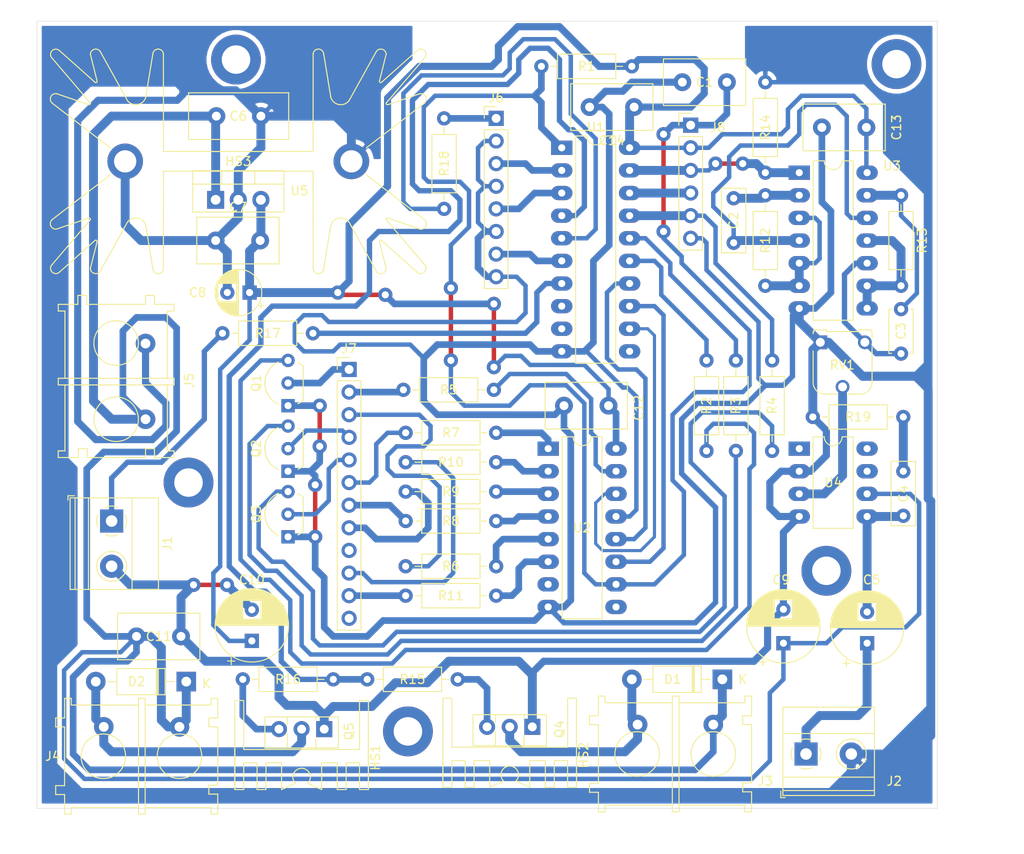
<source format=kicad_pcb>
(kicad_pcb (version 20171130) (host pcbnew 5.1.7-a382d34a8~88~ubuntu20.04.1)
  (title_block (title "UV Exposure Controller") (date 2020-08-22) (rev 1.0.0) (company "Dilshan R Jayakody") (comment 1 jayakody2000lk@gmail.com) (comment 2 https://github.com/dilshan/uv-exposure-controller) (comment 3 http://jayakody2000lk.blogspot.com))
  (layers (0 F.Cu signal) (31 B.Cu signal hide) (34 B.Paste user hide) (35 F.Paste user hide) (36 B.SilkS user hide) (37 F.SilkS user) (38 B.Mask user hide) (39 F.Mask user hide) (44 Edge.Cuts user))
  (net 0 "")
  (net 1 GND)
  (net 2 RESET)
  (net 3 "Net-(C2-Pad2)")
  (net 4 "Net-(C2-Pad1)")
  (net 5 BUZZER-OUT)
  (net 6 "Net-(C3-Pad2)")
  (net 7 "Net-(C4-Pad1)")
  (net 8 "Net-(C4-Pad2)")
  (net 9 "Net-(C5-Pad1)")
  (net 10 +12V)
  (net 11 +5V)
  (net 12 RLY1)
  (net 13 RLY2)
  (net 14 "Net-(J1-Pad1)")
  (net 15 "Net-(J6-Pad1)")
  (net 16 BTN-UP)
  (net 17 BTN-DOWN)
  (net 18 BTN-SET)
  (net 19 SSD-1)
  (net 20 "Net-(J7-Pad2)")
  (net 21 "Net-(J7-Pad3)")
  (net 22 SSD-2)
  (net 23 SSD-3)
  (net 24 "Net-(J7-Pad6)")
  (net 25 "Net-(J7-Pad7)")
  (net 26 "Net-(J7-Pad8)")
  (net 27 "Net-(J7-Pad10)")
  (net 28 "Net-(J7-Pad11)")
  (net 29 BUZZER-DRV)
  (net 30 MISO)
  (net 31 DIGIT-DRV2)
  (net 32 "Net-(Q1-Pad3)")
  (net 33 "Net-(Q2-Pad3)")
  (net 34 "Net-(Q3-Pad3)")
  (net 35 "Net-(Q4-Pad3)")
  (net 36 "Net-(Q5-Pad3)")
  (net 37 DIGIT-DRV0)
  (net 38 DIGIT-DRV1)
  (net 39 SSD-A)
  (net 40 SSD-F)
  (net 41 SSD-B)
  (net 42 SSD-E)
  (net 43 SSD-D)
  (net 44 SSD-C)
  (net 45 SSD-G)
  (net 46 "Net-(R12-Pad2)")
  (net 47 "Net-(R13-Pad2)")
  (net 48 RLY-DRV)
  (net 49 SW-LID)
  (net 50 BUSY-IND)
  (net 51 "Net-(RV1-Pad2)")
  (net 52 SER-DATA)
  (net 53 SER-CLK)
  (net 54 SER-LATCH)
  (module MountingHole:MountingHole_3.2mm_M3_DIN965_Pad (layer F.Cu) (at 110.744 149.606)
    (fp_text reference " " (at 0 -3.8) (layer F.SilkS))
    (fp_text value MountingHole_3.2mm_M3_DIN965_Pad)
    (pad 1 thru_hole circle (at 0 0) (size 5.6 5.6) (drill 3.2) (layers *.Cu *.Mask))
  )
  (module MountingHole:MountingHole_3.2mm_M3_DIN965_Pad (layer F.Cu) (at 91.44 74.168)
    (fp_text reference " " (at 0 -3.8) (layer F.SilkS))
    (fp_text value MountingHole_3.2mm_M3_DIN965_Pad)
    (pad 1 thru_hole circle (at 0 0) (size 5.6 5.6) (drill 3.2) (layers *.Cu *.Mask))
  )
  (module MountingHole:MountingHole_3.2mm_M3_DIN965_Pad (layer F.Cu) (at 86.106 121.666)
    (fp_text reference " " (at 0 -3.8) (layer F.SilkS))
    (fp_text value MountingHole_3.2mm_M3_DIN965_Pad)
    (pad 1 thru_hole circle (at 0 0) (size 5.6 5.6) (drill 3.2) (layers *.Cu *.Mask))
  )
  (module MountingHole:MountingHole_3.2mm_M3_DIN965_Pad (layer F.Cu) (at 157.734 131.572)
    (fp_text reference " " (at 0 -3.8) (layer F.SilkS))
    (fp_text value MountingHole_3.2mm_M3_DIN965_Pad)
    (pad 1 thru_hole circle (at 0 0) (size 5.6 5.6) (drill 3.2) (layers *.Cu *.Mask))
  )
  (module MountingHole:MountingHole_3.2mm_M3_DIN965_Pad (layer F.Cu) (at 165.608 74.676)
    (fp_text reference " " (at 0 -3.8) (layer F.SilkS))
    (fp_text value MountingHole_3.2mm_M3_DIN965_Pad)
    (pad 1 thru_hole circle (at 0 0) (size 5.6 5.6) (drill 3.2) (layers *.Cu *.Mask))
  )
  (module Capacitor_THT:C_Disc_D9.0mm_W5.0mm_P5.00mm (layer F.Cu) (at 80.264 138.938)
    (fp_text reference C11 (at 2.5 0) (layer F.SilkS))
    (fp_text value 0.1MFD)
    (pad 2 thru_hole circle (at 5 0) (size 2 2) (drill 1) (layers *.Cu *.Mask) (net 1 GND))
    (pad 1 thru_hole circle (at 0 0) (size 2 2) (drill 1) (layers *.Cu *.Mask) (net 10 +12V))
  )
  (module Capacitor_THT:C_Disc_D9.0mm_W5.0mm_P5.00mm (layer F.Cu) (at 146.558 76.708 180)
    (fp_text reference C1 (at 2.5 0) (layer F.SilkS))
    (fp_text value 0.1MFD)
    (pad 2 thru_hole circle (at 5 0 180) (size 2 2) (drill 1) (layers *.Cu *.Mask) (net 1 GND))
    (pad 1 thru_hole circle (at 0 0 180) (size 2 2) (drill 1) (layers *.Cu *.Mask) (net 2 RESET))
  )
  (module Capacitor_THT:C_Disc_D7.0mm_W2.5mm_P5.00mm (layer F.Cu) (at 147.32 94.742 90)
    (fp_text reference C2 (at 2.5 0 90) (layer F.SilkS))
    (fp_text value 0.033MFD)
    (pad 2 thru_hole circle (at 5 0 90) (size 1.6 1.6) (drill 0.8) (layers *.Cu *.Mask) (net 3 "Net-(C2-Pad2)"))
    (pad 1 thru_hole circle (at 0 0 90) (size 1.6 1.6) (drill 0.8) (layers *.Cu *.Mask) (net 4 "Net-(C2-Pad1)"))
  )
  (module Capacitor_THT:C_Disc_D4.7mm_W2.5mm_P5.00mm (layer F.Cu) (at 166.116 107.188 90)
    (fp_text reference C3 (at 2.54 0 90) (layer F.SilkS))
    (fp_text value 0.0015MFD)
    (pad 1 thru_hole circle (at 0 0 90) (size 1.6 1.6) (drill 0.8) (layers *.Cu *.Mask) (net 5 BUZZER-OUT))
    (pad 2 thru_hole circle (at 5 0 90) (size 1.6 1.6) (drill 0.8) (layers *.Cu *.Mask) (net 6 "Net-(C3-Pad2)"))
  )
  (module Capacitor_THT:C_Disc_D7.0mm_W2.5mm_P5.00mm (layer F.Cu) (at 166.37 120.396 270)
    (fp_text reference C4 (at 2.54 0 90) (layer F.SilkS))
    (fp_text value 0.047MFD)
    (pad 1 thru_hole circle (at 0 0 270) (size 1.6 1.6) (drill 0.8) (layers *.Cu *.Mask) (net 7 "Net-(C4-Pad1)"))
    (pad 2 thru_hole circle (at 5 0 270) (size 1.6 1.6) (drill 0.8) (layers *.Cu *.Mask) (net 8 "Net-(C4-Pad2)"))
  )
  (module Capacitor_THT:CP_Radial_D8.0mm_P3.50mm (layer F.Cu) (at 162.306 139.7 90)
    (fp_text reference C5 (at 7.112 0.508 180) (layer F.SilkS))
    (fp_text value 220MFD)
    (pad 1 thru_hole rect (at 0 0 90) (size 1.6 1.6) (drill 0.8) (layers *.Cu *.Mask) (net 9 "Net-(C5-Pad1)"))
    (pad 2 thru_hole circle (at 3.5 0 90) (size 1.6 1.6) (drill 0.8) (layers *.Cu *.Mask) (net 8 "Net-(C4-Pad2)"))
  )
  (module Capacitor_THT:C_Disc_D11.0mm_W5.0mm_P5.00mm (layer F.Cu) (at 94.234 80.518 180)
    (fp_text reference C6 (at 2.54 0) (layer F.SilkS))
    (fp_text value 0.33MFD)
    (pad 1 thru_hole circle (at 0 0 180) (size 2 2) (drill 1) (layers *.Cu *.Mask) (net 1 GND))
    (pad 2 thru_hole circle (at 5 0 180) (size 2 2) (drill 1) (layers *.Cu *.Mask) (net 10 +12V))
  )
  (module Capacitor_THT:C_Disc_D9.0mm_W5.0mm_P5.00mm (layer F.Cu) (at 89.154 94.488)
    (fp_text reference C7 (at 2.5 -3.75) (layer F.SilkS))
    (fp_text value 0.1MFD)
    (pad 1 thru_hole circle (at 0 0) (size 2 2) (drill 1) (layers *.Cu *.Mask) (net 1 GND))
    (pad 2 thru_hole circle (at 5 0) (size 2 2) (drill 1) (layers *.Cu *.Mask) (net 11 +5V))
  )
  (module Capacitor_THT:CP_Radial_D5.0mm_P2.50mm (layer F.Cu) (at 92.964 100.33 180)
    (fp_text reference C8 (at 5.842 0) (layer F.SilkS))
    (fp_text value 10MFD)
    (pad 1 thru_hole rect (at 0 0 180) (size 1.6 1.6) (drill 0.8) (layers *.Cu *.Mask) (net 11 +5V))
    (pad 2 thru_hole circle (at 2.5 0 180) (size 1.6 1.6) (drill 0.8) (layers *.Cu *.Mask) (net 1 GND))
  )
  (module Capacitor_THT:CP_Radial_D8.0mm_P3.80mm (layer F.Cu) (at 152.908 139.7 90)
    (fp_text reference C9 (at 7.112 -0.254 180) (layer F.SilkS))
    (fp_text value 330MFD)
    (pad 1 thru_hole rect (at 0 0 90) (size 1.6 1.6) (drill 0.8) (layers *.Cu *.Mask) (net 10 +12V))
    (pad 2 thru_hole circle (at 3.8 0 90) (size 1.6 1.6) (drill 0.8) (layers *.Cu *.Mask) (net 1 GND))
  )
  (module Capacitor_THT:CP_Radial_D8.0mm_P3.50mm (layer F.Cu) (at 93.218 139.446 90)
    (fp_text reference C10 (at 6.858 0 180) (layer F.SilkS))
    (fp_text value 220MFD)
    (pad 2 thru_hole circle (at 3.5 0 90) (size 1.6 1.6) (drill 0.8) (layers *.Cu *.Mask) (net 1 GND))
    (pad 1 thru_hole rect (at 0 0 90) (size 1.6 1.6) (drill 0.8) (layers *.Cu *.Mask) (net 11 +5V))
  )
  (module Capacitor_THT:C_Disc_D9.0mm_W5.0mm_P5.00mm (layer F.Cu) (at 133.27 113.03 180)
    (fp_text reference C12 (at -3.382 -0.254 90) (layer F.SilkS))
    (fp_text value 0.1MFD)
    (pad 1 thru_hole circle (at 0 0 180) (size 2 2) (drill 1) (layers *.Cu *.Mask) (net 11 +5V))
    (pad 2 thru_hole circle (at 5 0 180) (size 2 2) (drill 1) (layers *.Cu *.Mask) (net 1 GND))
  )
  (module Capacitor_THT:C_Disc_D9.0mm_W5.0mm_P5.00mm (layer F.Cu) (at 162.226 81.788 180)
    (fp_text reference C13 (at -3.382 0 90) (layer F.SilkS))
    (fp_text value 0.1MFD)
    (pad 2 thru_hole circle (at 5 0 180) (size 2 2) (drill 1) (layers *.Cu *.Mask) (net 1 GND))
    (pad 1 thru_hole circle (at 0 0 180) (size 2 2) (drill 1) (layers *.Cu *.Mask) (net 11 +5V))
  )
  (module Capacitor_THT:C_Disc_D9.0mm_W5.0mm_P5.00mm (layer F.Cu) (at 136.144 79.502 180)
    (fp_text reference C14 (at 2.5 -3.75) (layer F.SilkS))
    (fp_text value 0.1MFD)
    (pad 1 thru_hole circle (at 0 0 180) (size 2 2) (drill 1) (layers *.Cu *.Mask) (net 11 +5V))
    (pad 2 thru_hole circle (at 5 0 180) (size 2 2) (drill 1) (layers *.Cu *.Mask) (net 1 GND))
  )
  (module Diode_THT:D_DO-41_SOD81_P10.16mm_Horizontal (layer F.Cu) (at 146.05 143.764 180)
    (fp_text reference D1 (at 5.588 0) (layer F.SilkS))
    (fp_text value 1N4001)
    (fp_text user K (at -2.286 0) (layer F.SilkS))
    (pad 1 thru_hole rect (at 0 0 180) (size 2.2 2.2) (drill 1.1) (layers *.Cu *.Mask) (net 10 +12V))
    (pad 2 thru_hole oval (at 10.16 0 180) (size 2.2 2.2) (drill 1.1) (layers *.Cu *.Mask) (net 12 RLY1))
  )
  (module Diode_THT:D_DO-41_SOD81_P10.16mm_Horizontal (layer F.Cu) (at 85.852 144.018 180)
    (fp_text reference D2 (at 5.588 0) (layer F.SilkS))
    (fp_text value 1N4001)
    (fp_text user K (at -2.286 -0.254) (layer F.SilkS))
    (pad 2 thru_hole oval (at 10.16 0 180) (size 2.2 2.2) (drill 1.1) (layers *.Cu *.Mask) (net 13 RLY2))
    (pad 1 thru_hole rect (at 0 0 180) (size 2.2 2.2) (drill 1.1) (layers *.Cu *.Mask) (net 10 +12V))
  )
  (module exposure-controller:Hetsink-21mm (layer F.Cu) (at 98.806 151.638 180)
    (fp_text reference HS1 (at -8.3 -0.9 90) (layer F.SilkS))
    (fp_text value Heatsink)
  )
  (module exposure-controller:Hetsink-21mm (layer F.Cu) (at 122.174 151.384 180)
    (fp_text reference HS2 (at -8.3 -0.9 90) (layer F.SilkS))
    (fp_text value Heatsink)
  )
  (module Heatsink:Heatsink_Fischer_SK129-STS_42x25mm_2xDrill2.5mm (layer F.Cu) (at 91.694 85.598 180)
    (fp_text reference HS3 (at 0 0) (layer F.SilkS))
    (fp_text value Heatsink)
    (pad 1 thru_hole circle (at 12.7 0 180) (size 4 4) (drill 2.5) (layers *.Cu *.Mask) (net 1 GND))
    (pad 1 thru_hole circle (at -12.7 0) (size 4 4) (drill 2.5) (layers *.Cu *.Mask) (net 1 GND))
  )
  (module TerminalBlock_Phoenix:TerminalBlock_Phoenix_MKDS-1,5-2-5.08_1x02_P5.08mm_Horizontal (layer F.Cu) (at 77.47 125.984 270)
    (fp_text reference J1 (at 2.54 -6.26 90) (layer F.SilkS))
    (fp_text value LIMIT-SW)
    (pad 1 thru_hole rect (at 0 0 270) (size 2.6 2.6) (drill 1.3) (layers *.Cu *.Mask) (net 14 "Net-(J1-Pad1)"))
    (pad 2 thru_hole circle (at 5.08 0 270) (size 2.6 2.6) (drill 1.3) (layers *.Cu *.Mask) (net 1 GND))
  )
  (module TerminalBlock_Phoenix:TerminalBlock_Phoenix_MKDS-1,5-2-5.08_1x02_P5.08mm_Horizontal (layer F.Cu) (at 155.448 152.146)
    (fp_text reference J2 (at 9.906 3.048) (layer F.SilkS))
    (fp_text value SPK)
    (pad 2 thru_hole circle (at 5.08 0) (size 2.6 2.6) (drill 1.3) (layers *.Cu *.Mask) (net 1 GND))
    (pad 1 thru_hole rect (at 0 0) (size 2.6 2.6) (drill 1.3) (layers *.Cu *.Mask) (net 9 "Net-(C5-Pad1)"))
  )
  (module "exposure-controller:MENGFEI 8.5mm screw terminal - 2way" (layer F.Cu) (at 145.034 148.844 180)
    (fp_text reference J3 (at -5.842 -6.35) (layer F.SilkS))
    (fp_text value RELAY1)
    (pad 1 thru_hole circle (at 0 0 180) (size 2.2 2.2) (drill 1.1) (layers *.Cu *.Mask) (net 10 +12V))
    (pad 2 thru_hole circle (at 8.5 0 180) (size 2.2 2.2) (drill 1.1) (layers *.Cu *.Mask) (net 12 RLY1))
  )
  (module "exposure-controller:MENGFEI 8.5mm screw terminal - 2way" (layer F.Cu) (at 85.09 149.098 180)
    (fp_text reference J4 (at 14.224 -3.302) (layer F.SilkS))
    (fp_text value RELAY2)
    (pad 1 thru_hole circle (at 0 0 180) (size 2.2 2.2) (drill 1.1) (layers *.Cu *.Mask) (net 10 +12V))
    (pad 2 thru_hole circle (at 8.5 0 180) (size 2.2 2.2) (drill 1.1) (layers *.Cu *.Mask) (net 13 RLY2))
  )
  (module "exposure-controller:MENGFEI 8.5mm screw terminal - 2way" (layer F.Cu) (at 81.28 114.554 90)
    (fp_text reference J5 (at 4.35 4.9 90) (layer F.SilkS))
    (fp_text value DC-12V)
    (pad 2 thru_hole circle (at 8.5 0 90) (size 2.2 2.2) (drill 1.1) (layers *.Cu *.Mask) (net 1 GND))
    (pad 1 thru_hole circle (at 0 0 90) (size 2.2 2.2) (drill 1.1) (layers *.Cu *.Mask) (net 10 +12V))
  )
  (module Connector_PinHeader_2.54mm:PinHeader_1x08_P2.54mm_Vertical (layer F.Cu) (at 120.65 80.772)
    (fp_text reference J6 (at 0 -2.33) (layer F.SilkS))
    (fp_text value I/O-CON)
    (pad 1 thru_hole rect (at 0 0) (size 1.7 1.7) (drill 1) (layers *.Cu *.Mask) (net 15 "Net-(J6-Pad1)"))
    (pad 2 thru_hole oval (at 0 2.54) (size 1.7 1.7) (drill 1) (layers *.Cu *.Mask) (net 1 GND))
    (pad 3 thru_hole oval (at 0 5.08) (size 1.7 1.7) (drill 1) (layers *.Cu *.Mask) (net 16 BTN-UP))
    (pad 4 thru_hole oval (at 0 7.62) (size 1.7 1.7) (drill 1) (layers *.Cu *.Mask) (net 1 GND))
    (pad 5 thru_hole oval (at 0 10.16) (size 1.7 1.7) (drill 1) (layers *.Cu *.Mask) (net 17 BTN-DOWN))
    (pad 6 thru_hole oval (at 0 12.7) (size 1.7 1.7) (drill 1) (layers *.Cu *.Mask) (net 1 GND))
    (pad 7 thru_hole oval (at 0 15.24) (size 1.7 1.7) (drill 1) (layers *.Cu *.Mask) (net 18 BTN-SET))
    (pad 8 thru_hole oval (at 0 17.78) (size 1.7 1.7) (drill 1) (layers *.Cu *.Mask) (net 1 GND))
  )
  (module Connector_PinHeader_2.54mm:PinHeader_1x12_P2.54mm_Vertical (layer F.Cu) (at 104.14 108.966)
    (fp_text reference J7 (at 0 -2.33) (layer F.SilkS))
    (fp_text value SSD-CON)
    (pad 1 thru_hole rect (at 0 0) (size 1.7 1.7) (drill 1) (layers *.Cu *.Mask) (net 19 SSD-1))
    (pad 2 thru_hole oval (at 0 2.54) (size 1.7 1.7) (drill 1) (layers *.Cu *.Mask) (net 20 "Net-(J7-Pad2)"))
    (pad 3 thru_hole oval (at 0 5.08) (size 1.7 1.7) (drill 1) (layers *.Cu *.Mask) (net 21 "Net-(J7-Pad3)"))
    (pad 4 thru_hole oval (at 0 7.62) (size 1.7 1.7) (drill 1) (layers *.Cu *.Mask) (net 22 SSD-2))
    (pad 5 thru_hole oval (at 0 10.16) (size 1.7 1.7) (drill 1) (layers *.Cu *.Mask) (net 23 SSD-3))
    (pad 6 thru_hole oval (at 0 12.7) (size 1.7 1.7) (drill 1) (layers *.Cu *.Mask) (net 24 "Net-(J7-Pad6)"))
    (pad 7 thru_hole oval (at 0 15.24) (size 1.7 1.7) (drill 1) (layers *.Cu *.Mask) (net 25 "Net-(J7-Pad7)"))
    (pad 8 thru_hole oval (at 0 17.78) (size 1.7 1.7) (drill 1) (layers *.Cu *.Mask) (net 26 "Net-(J7-Pad8)"))
    (pad 9 thru_hole oval (at 0 20.32) (size 1.7 1.7) (drill 1) (layers *.Cu *.Mask))
    (pad 10 thru_hole oval (at 0 22.86) (size 1.7 1.7) (drill 1) (layers *.Cu *.Mask) (net 27 "Net-(J7-Pad10)"))
    (pad 11 thru_hole oval (at 0 25.4) (size 1.7 1.7) (drill 1) (layers *.Cu *.Mask) (net 28 "Net-(J7-Pad11)"))
    (pad 12 thru_hole oval (at 0 27.94) (size 1.7 1.7) (drill 1) (layers *.Cu *.Mask))
  )
  (module Connector_PinHeader_2.54mm:PinHeader_1x06_P2.54mm_Vertical (layer F.Cu) (at 142.494 81.534)
    (fp_text reference J8 (at 3.048 0.254) (layer F.SilkS))
    (fp_text value ISP)
    (pad 1 thru_hole rect (at 0 0) (size 1.7 1.7) (drill 1) (layers *.Cu *.Mask) (net 2 RESET))
    (pad 2 thru_hole oval (at 0 2.54) (size 1.7 1.7) (drill 1) (layers *.Cu *.Mask) (net 11 +5V))
    (pad 3 thru_hole oval (at 0 5.08) (size 1.7 1.7) (drill 1) (layers *.Cu *.Mask) (net 29 BUZZER-DRV))
    (pad 4 thru_hole oval (at 0 7.62) (size 1.7 1.7) (drill 1) (layers *.Cu *.Mask) (net 30 MISO))
    (pad 5 thru_hole oval (at 0 10.16) (size 1.7 1.7) (drill 1) (layers *.Cu *.Mask) (net 31 DIGIT-DRV2))
    (pad 6 thru_hole oval (at 0 12.7) (size 1.7 1.7) (drill 1) (layers *.Cu *.Mask) (net 1 GND))
  )
  (module Package_TO_SOT_THT:TO-92L_Inline_Wide (layer F.Cu) (at 97.282 113.03 90)
    (fp_text reference Q1 (at 2.54 -3.56 90) (layer F.SilkS))
    (fp_text value 2SC945)
    (pad 1 thru_hole rect (at 0 0 180) (size 1.5 1.5) (drill 0.8) (layers *.Cu *.Mask) (net 1 GND))
    (pad 3 thru_hole circle (at 5.08 0 180) (size 1.5 1.5) (drill 0.8) (layers *.Cu *.Mask) (net 32 "Net-(Q1-Pad3)"))
    (pad 2 thru_hole circle (at 2.54 0 180) (size 1.5 1.5) (drill 0.8) (layers *.Cu *.Mask) (net 19 SSD-1))
  )
  (module Package_TO_SOT_THT:TO-92L_Inline_Wide (layer F.Cu) (at 97.282 120.396 90)
    (fp_text reference Q2 (at 2.54 -3.56 90) (layer F.SilkS))
    (fp_text value 2SC945)
    (pad 2 thru_hole circle (at 2.54 0 180) (size 1.5 1.5) (drill 0.8) (layers *.Cu *.Mask) (net 22 SSD-2))
    (pad 3 thru_hole circle (at 5.08 0 180) (size 1.5 1.5) (drill 0.8) (layers *.Cu *.Mask) (net 33 "Net-(Q2-Pad3)"))
    (pad 1 thru_hole rect (at 0 0 180) (size 1.5 1.5) (drill 0.8) (layers *.Cu *.Mask) (net 1 GND))
  )
  (module Package_TO_SOT_THT:TO-92L_Inline_Wide (layer F.Cu) (at 97.282 127.762 90)
    (fp_text reference Q3 (at 2.54 -3.56 90) (layer F.SilkS))
    (fp_text value 2SC945)
    (pad 2 thru_hole circle (at 2.54 0 180) (size 1.5 1.5) (drill 0.8) (layers *.Cu *.Mask) (net 23 SSD-3))
    (pad 3 thru_hole circle (at 5.08 0 180) (size 1.5 1.5) (drill 0.8) (layers *.Cu *.Mask) (net 34 "Net-(Q3-Pad3)"))
    (pad 1 thru_hole rect (at 0 0 180) (size 1.5 1.5) (drill 0.8) (layers *.Cu *.Mask) (net 1 GND))
  )
  (module Package_TO_SOT_THT:TO-126-3_Vertical (layer F.Cu) (at 124.714 149.098 180)
    (fp_text reference Q4 (at -3.048 -0.254 90) (layer F.SilkS))
    (fp_text value BD135)
    (pad 1 thru_hole rect (at 0 0 180) (size 1.8 1.8) (drill 1) (layers *.Cu *.Mask) (net 1 GND))
    (pad 2 thru_hole oval (at 2.54 0 180) (size 1.8 1.8) (drill 1) (layers *.Cu *.Mask) (net 12 RLY1))
    (pad 3 thru_hole oval (at 5.08 0 180) (size 1.8 1.8) (drill 1) (layers *.Cu *.Mask) (net 35 "Net-(Q4-Pad3)"))
  )
  (module Package_TO_SOT_THT:TO-126-3_Vertical (layer F.Cu) (at 101.346 149.352 180)
    (fp_text reference Q5 (at -2.794 -0.254 90) (layer F.SilkS))
    (fp_text value BD135)
    (pad 3 thru_hole oval (at 5.08 0 180) (size 1.8 1.8) (drill 1) (layers *.Cu *.Mask) (net 36 "Net-(Q5-Pad3)"))
    (pad 2 thru_hole oval (at 2.54 0 180) (size 1.8 1.8) (drill 1) (layers *.Cu *.Mask) (net 13 RLY2))
    (pad 1 thru_hole rect (at 0 0 180) (size 1.8 1.8) (drill 1) (layers *.Cu *.Mask) (net 1 GND))
  )
  (module Resistor_THT:R_Axial_DIN0207_L6.3mm_D2.5mm_P10.16mm_Horizontal (layer F.Cu) (at 135.89 74.93 180)
    (fp_text reference R1 (at 5.08 0) (layer F.SilkS))
    (fp_text value 10K)
    (pad 1 thru_hole circle (at 0 0 180) (size 1.6 1.6) (drill 0.8) (layers *.Cu *.Mask) (net 11 +5V))
    (pad 2 thru_hole oval (at 10.16 0 180) (size 1.6 1.6) (drill 0.8) (layers *.Cu *.Mask) (net 2 RESET))
  )
  (module Resistor_THT:R_Axial_DIN0207_L6.3mm_D2.5mm_P10.16mm_Horizontal (layer F.Cu) (at 144.272 118.11 90)
    (fp_text reference R2 (at 5.08 0 90) (layer F.SilkS))
    (fp_text value 22K)
    (pad 2 thru_hole oval (at 10.16 0 90) (size 1.6 1.6) (drill 0.8) (layers *.Cu *.Mask) (net 37 DIGIT-DRV0))
    (pad 1 thru_hole circle (at 0 0 90) (size 1.6 1.6) (drill 0.8) (layers *.Cu *.Mask) (net 32 "Net-(Q1-Pad3)"))
  )
  (module Resistor_THT:R_Axial_DIN0207_L6.3mm_D2.5mm_P10.16mm_Horizontal (layer F.Cu) (at 147.574 118.11 90)
    (fp_text reference R3 (at 5.08 0 90) (layer F.SilkS))
    (fp_text value 22K)
    (pad 1 thru_hole circle (at 0 0 90) (size 1.6 1.6) (drill 0.8) (layers *.Cu *.Mask) (net 33 "Net-(Q2-Pad3)"))
    (pad 2 thru_hole oval (at 10.16 0 90) (size 1.6 1.6) (drill 0.8) (layers *.Cu *.Mask) (net 38 DIGIT-DRV1))
  )
  (module Resistor_THT:R_Axial_DIN0207_L6.3mm_D2.5mm_P10.16mm_Horizontal (layer F.Cu) (at 151.638 118.11 90)
    (fp_text reference R4 (at 5.08 0 90) (layer F.SilkS))
    (fp_text value 22K)
    (pad 2 thru_hole oval (at 10.16 0 90) (size 1.6 1.6) (drill 0.8) (layers *.Cu *.Mask) (net 31 DIGIT-DRV2))
    (pad 1 thru_hole circle (at 0 0 90) (size 1.6 1.6) (drill 0.8) (layers *.Cu *.Mask) (net 34 "Net-(Q3-Pad3)"))
  )
  (module Resistor_THT:R_Axial_DIN0207_L6.3mm_D2.5mm_P10.16mm_Horizontal (layer F.Cu) (at 110.236 111.252)
    (fp_text reference R5 (at 5.08 0) (layer F.SilkS))
    (fp_text value 560R)
    (pad 1 thru_hole circle (at 0 0) (size 1.6 1.6) (drill 0.8) (layers *.Cu *.Mask) (net 20 "Net-(J7-Pad2)"))
    (pad 2 thru_hole oval (at 10.16 0) (size 1.6 1.6) (drill 0.8) (layers *.Cu *.Mask) (net 39 SSD-A))
  )
  (module Resistor_THT:R_Axial_DIN0207_L6.3mm_D2.5mm_P10.16mm_Horizontal (layer F.Cu) (at 110.49 131.064)
    (fp_text reference R6 (at 5.08 0) (layer F.SilkS))
    (fp_text value 560R)
    (pad 2 thru_hole oval (at 10.16 0) (size 1.6 1.6) (drill 0.8) (layers *.Cu *.Mask) (net 40 SSD-F))
    (pad 1 thru_hole circle (at 0 0) (size 1.6 1.6) (drill 0.8) (layers *.Cu *.Mask) (net 21 "Net-(J7-Pad3)"))
  )
  (module Resistor_THT:R_Axial_DIN0207_L6.3mm_D2.5mm_P10.16mm_Horizontal (layer F.Cu) (at 110.49 116.078)
    (fp_text reference R7 (at 5.08 0) (layer F.SilkS))
    (fp_text value 560R)
    (pad 2 thru_hole oval (at 10.16 0) (size 1.6 1.6) (drill 0.8) (layers *.Cu *.Mask) (net 41 SSD-B))
    (pad 1 thru_hole circle (at 0 0) (size 1.6 1.6) (drill 0.8) (layers *.Cu *.Mask) (net 24 "Net-(J7-Pad6)"))
  )
  (module Resistor_THT:R_Axial_DIN0207_L6.3mm_D2.5mm_P10.16mm_Horizontal (layer F.Cu) (at 110.49 125.984)
    (fp_text reference R8 (at 5.08 0) (layer F.SilkS))
    (fp_text value 560R)
    (pad 1 thru_hole circle (at 0 0) (size 1.6 1.6) (drill 0.8) (layers *.Cu *.Mask) (net 25 "Net-(J7-Pad7)"))
    (pad 2 thru_hole oval (at 10.16 0) (size 1.6 1.6) (drill 0.8) (layers *.Cu *.Mask) (net 42 SSD-E))
  )
  (module Resistor_THT:R_Axial_DIN0207_L6.3mm_D2.5mm_P10.16mm_Horizontal (layer F.Cu) (at 110.49 122.682)
    (fp_text reference R9 (at 5.08 0) (layer F.SilkS))
    (fp_text value 560R)
    (pad 2 thru_hole oval (at 10.16 0) (size 1.6 1.6) (drill 0.8) (layers *.Cu *.Mask) (net 43 SSD-D))
    (pad 1 thru_hole circle (at 0 0) (size 1.6 1.6) (drill 0.8) (layers *.Cu *.Mask) (net 26 "Net-(J7-Pad8)"))
  )
  (module Resistor_THT:R_Axial_DIN0207_L6.3mm_D2.5mm_P10.16mm_Horizontal (layer F.Cu) (at 110.49 119.38)
    (fp_text reference R10 (at 5.08 0) (layer F.SilkS))
    (fp_text value 560R)
    (pad 1 thru_hole circle (at 0 0) (size 1.6 1.6) (drill 0.8) (layers *.Cu *.Mask) (net 27 "Net-(J7-Pad10)"))
    (pad 2 thru_hole oval (at 10.16 0) (size 1.6 1.6) (drill 0.8) (layers *.Cu *.Mask) (net 44 SSD-C))
  )
  (module Resistor_THT:R_Axial_DIN0207_L6.3mm_D2.5mm_P10.16mm_Horizontal (layer F.Cu) (at 110.49 134.366)
    (fp_text reference R11 (at 5.08 0) (layer F.SilkS))
    (fp_text value 560R)
    (pad 1 thru_hole circle (at 0 0) (size 1.6 1.6) (drill 0.8) (layers *.Cu *.Mask) (net 28 "Net-(J7-Pad11)"))
    (pad 2 thru_hole oval (at 10.16 0) (size 1.6 1.6) (drill 0.8) (layers *.Cu *.Mask) (net 45 SSD-G))
  )
  (module Resistor_THT:R_Axial_DIN0207_L6.3mm_D2.5mm_P10.16mm_Horizontal (layer F.Cu) (at 150.876 89.408 270)
    (fp_text reference R12 (at 5.08 0 90) (layer F.SilkS))
    (fp_text value 1M)
    (pad 1 thru_hole circle (at 0 0 270) (size 1.6 1.6) (drill 0.8) (layers *.Cu *.Mask) (net 3 "Net-(C2-Pad2)"))
    (pad 2 thru_hole oval (at 10.16 0 270) (size 1.6 1.6) (drill 0.8) (layers *.Cu *.Mask) (net 46 "Net-(R12-Pad2)"))
  )
  (module Resistor_THT:R_Axial_DIN0207_L6.3mm_D2.5mm_P10.16mm_Horizontal (layer F.Cu) (at 166.116 89.408 270)
    (fp_text reference R13 (at 5.08 -2.37 90) (layer F.SilkS))
    (fp_text value 470K)
    (pad 2 thru_hole oval (at 10.16 0 270) (size 1.6 1.6) (drill 0.8) (layers *.Cu *.Mask) (net 47 "Net-(R13-Pad2)"))
    (pad 1 thru_hole circle (at 0 0 270) (size 1.6 1.6) (drill 0.8) (layers *.Cu *.Mask) (net 6 "Net-(C3-Pad2)"))
  )
  (module Resistor_THT:R_Axial_DIN0207_L6.3mm_D2.5mm_P10.16mm_Horizontal (layer F.Cu) (at 150.876 86.868 90)
    (fp_text reference R14 (at 5.08 0 90) (layer F.SilkS))
    (fp_text value 100K)
    (pad 1 thru_hole circle (at 0 0 90) (size 1.6 1.6) (drill 0.8) (layers *.Cu *.Mask) (net 29 BUZZER-DRV))
    (pad 2 thru_hole oval (at 10.16 0 90) (size 1.6 1.6) (drill 0.8) (layers *.Cu *.Mask) (net 1 GND))
  )
  (module Resistor_THT:R_Axial_DIN0207_L6.3mm_D2.5mm_P10.16mm_Horizontal (layer F.Cu) (at 116.332 143.764 180)
    (fp_text reference R15 (at 5.08 0) (layer F.SilkS))
    (fp_text value 1K)
    (pad 1 thru_hole circle (at 0 0 180) (size 1.6 1.6) (drill 0.8) (layers *.Cu *.Mask) (net 35 "Net-(Q4-Pad3)"))
    (pad 2 thru_hole oval (at 10.16 0 180) (size 1.6 1.6) (drill 0.8) (layers *.Cu *.Mask) (net 48 RLY-DRV))
  )
  (module Resistor_THT:R_Axial_DIN0207_L6.3mm_D2.5mm_P10.16mm_Horizontal (layer F.Cu) (at 92.202 143.764)
    (fp_text reference R16 (at 5.08 0) (layer F.SilkS))
    (fp_text value 1K)
    (pad 1 thru_hole circle (at 0 0) (size 1.6 1.6) (drill 0.8) (layers *.Cu *.Mask) (net 36 "Net-(Q5-Pad3)"))
    (pad 2 thru_hole oval (at 10.16 0) (size 1.6 1.6) (drill 0.8) (layers *.Cu *.Mask) (net 48 RLY-DRV))
  )
  (module Resistor_THT:R_Axial_DIN0207_L6.3mm_D2.5mm_P10.16mm_Horizontal (layer F.Cu) (at 89.916 104.902)
    (fp_text reference R17 (at 5.08 0) (layer F.SilkS))
    (fp_text value 680R)
    (pad 2 thru_hole oval (at 10.16 0) (size 1.6 1.6) (drill 0.8) (layers *.Cu *.Mask) (net 49 SW-LID))
    (pad 1 thru_hole circle (at 0 0) (size 1.6 1.6) (drill 0.8) (layers *.Cu *.Mask) (net 14 "Net-(J1-Pad1)"))
  )
  (module Resistor_THT:R_Axial_DIN0207_L6.3mm_D2.5mm_P10.16mm_Horizontal (layer F.Cu) (at 114.808 90.932 90)
    (fp_text reference R18 (at 5.08 0 90) (layer F.SilkS))
    (fp_text value 330R)
    (pad 2 thru_hole oval (at 10.16 0 90) (size 1.6 1.6) (drill 0.8) (layers *.Cu *.Mask) (net 15 "Net-(J6-Pad1)"))
    (pad 1 thru_hole circle (at 0 0 90) (size 1.6 1.6) (drill 0.8) (layers *.Cu *.Mask) (net 50 BUSY-IND))
  )
  (module Resistor_THT:R_Axial_DIN0207_L6.3mm_D2.5mm_P10.16mm_Horizontal (layer F.Cu) (at 166.37 114.3 180)
    (fp_text reference R19 (at 5.08 0) (layer F.SilkS))
    (fp_text value 10R)
    (pad 2 thru_hole oval (at 10.16 0 180) (size 1.6 1.6) (drill 0.8) (layers *.Cu *.Mask) (net 1 GND))
    (pad 1 thru_hole circle (at 0 0 180) (size 1.6 1.6) (drill 0.8) (layers *.Cu *.Mask) (net 7 "Net-(C4-Pad1)"))
  )
  (module Potentiometer_THT:Potentiometer_Runtron_RM-065_Vertical (layer F.Cu) (at 157.052 105.918)
    (fp_text reference RV1 (at 2.46 2.54) (layer F.SilkS))
    (fp_text value 10K)
    (pad 3 thru_hole circle (at 5 0) (size 1.55 1.55) (drill 1) (layers *.Cu *.Mask) (net 5 BUZZER-OUT))
    (pad 1 thru_hole rect (at 0 0) (size 1.55 1.55) (drill 1) (layers *.Cu *.Mask) (net 1 GND))
    (pad 2 thru_hole circle (at 2.5 5) (size 1.55 1.55) (drill 1) (layers *.Cu *.Mask) (net 51 "Net-(RV1-Pad2)"))
  )
  (module Package_DIP:DIP-20_W7.62mm_LongPads (layer F.Cu) (at 128.016 84.074)
    (fp_text reference U1 (at 3.81 -2.33) (layer F.SilkS))
    (fp_text value ATtiny2313A)
    (pad 1 thru_hole rect (at 0 0) (size 2.4 1.6) (drill 0.8) (layers *.Cu *.Mask) (net 2 RESET))
    (pad 11 thru_hole oval (at 7.62 22.86) (size 2.4 1.6) (drill 0.8) (layers *.Cu *.Mask))
    (pad 2 thru_hole oval (at 0 2.54) (size 2.4 1.6) (drill 0.8) (layers *.Cu *.Mask) (net 16 BTN-UP))
    (pad 12 thru_hole oval (at 7.62 20.32) (size 2.4 1.6) (drill 0.8) (layers *.Cu *.Mask) (net 52 SER-DATA))
    (pad 3 thru_hole oval (at 0 5.08) (size 2.4 1.6) (drill 0.8) (layers *.Cu *.Mask) (net 17 BTN-DOWN))
    (pad 13 thru_hole oval (at 7.62 17.78) (size 2.4 1.6) (drill 0.8) (layers *.Cu *.Mask) (net 53 SER-CLK))
    (pad 4 thru_hole oval (at 0 7.62) (size 2.4 1.6) (drill 0.8) (layers *.Cu *.Mask) (net 48 RLY-DRV))
    (pad 14 thru_hole oval (at 7.62 15.24) (size 2.4 1.6) (drill 0.8) (layers *.Cu *.Mask) (net 54 SER-LATCH))
    (pad 5 thru_hole oval (at 0 10.16) (size 2.4 1.6) (drill 0.8) (layers *.Cu *.Mask) (net 50 BUSY-IND))
    (pad 15 thru_hole oval (at 7.62 12.7) (size 2.4 1.6) (drill 0.8) (layers *.Cu *.Mask) (net 37 DIGIT-DRV0))
    (pad 6 thru_hole oval (at 0 12.7) (size 2.4 1.6) (drill 0.8) (layers *.Cu *.Mask) (net 18 BTN-SET))
    (pad 16 thru_hole oval (at 7.62 10.16) (size 2.4 1.6) (drill 0.8) (layers *.Cu *.Mask) (net 38 DIGIT-DRV1))
    (pad 7 thru_hole oval (at 0 15.24) (size 2.4 1.6) (drill 0.8) (layers *.Cu *.Mask) (net 49 SW-LID))
    (pad 17 thru_hole oval (at 7.62 7.62) (size 2.4 1.6) (drill 0.8) (layers *.Cu *.Mask) (net 31 DIGIT-DRV2))
    (pad 8 thru_hole oval (at 0 17.78) (size 2.4 1.6) (drill 0.8) (layers *.Cu *.Mask))
    (pad 18 thru_hole oval (at 7.62 5.08) (size 2.4 1.6) (drill 0.8) (layers *.Cu *.Mask) (net 30 MISO))
    (pad 9 thru_hole oval (at 0 20.32) (size 2.4 1.6) (drill 0.8) (layers *.Cu *.Mask))
    (pad 19 thru_hole oval (at 7.62 2.54) (size 2.4 1.6) (drill 0.8) (layers *.Cu *.Mask) (net 29 BUZZER-DRV))
    (pad 10 thru_hole oval (at 0 22.86) (size 2.4 1.6) (drill 0.8) (layers *.Cu *.Mask) (net 1 GND))
    (pad 20 thru_hole oval (at 7.62 0) (size 2.4 1.6) (drill 0.8) (layers *.Cu *.Mask) (net 11 +5V))
  )
  (module Package_DIP:DIP-16_W7.62mm_LongPads (layer F.Cu) (at 126.492 117.856)
    (fp_text reference U2 (at 3.81 8.89) (layer F.SilkS))
    (fp_text value 74HC595)
    (pad 1 thru_hole rect (at 0 0) (size 2.4 1.6) (drill 0.8) (layers *.Cu *.Mask) (net 41 SSD-B))
    (pad 9 thru_hole oval (at 7.62 17.78) (size 2.4 1.6) (drill 0.8) (layers *.Cu *.Mask))
    (pad 2 thru_hole oval (at 0 2.54) (size 2.4 1.6) (drill 0.8) (layers *.Cu *.Mask) (net 44 SSD-C))
    (pad 10 thru_hole oval (at 7.62 15.24) (size 2.4 1.6) (drill 0.8) (layers *.Cu *.Mask) (net 2 RESET))
    (pad 3 thru_hole oval (at 0 5.08) (size 2.4 1.6) (drill 0.8) (layers *.Cu *.Mask) (net 43 SSD-D))
    (pad 11 thru_hole oval (at 7.62 12.7) (size 2.4 1.6) (drill 0.8) (layers *.Cu *.Mask) (net 53 SER-CLK))
    (pad 4 thru_hole oval (at 0 7.62) (size 2.4 1.6) (drill 0.8) (layers *.Cu *.Mask) (net 42 SSD-E))
    (pad 12 thru_hole oval (at 7.62 10.16) (size 2.4 1.6) (drill 0.8) (layers *.Cu *.Mask) (net 54 SER-LATCH))
    (pad 5 thru_hole oval (at 0 10.16) (size 2.4 1.6) (drill 0.8) (layers *.Cu *.Mask) (net 40 SSD-F))
    (pad 13 thru_hole oval (at 7.62 7.62) (size 2.4 1.6) (drill 0.8) (layers *.Cu *.Mask) (net 1 GND))
    (pad 6 thru_hole oval (at 0 12.7) (size 2.4 1.6) (drill 0.8) (layers *.Cu *.Mask) (net 45 SSD-G))
    (pad 14 thru_hole oval (at 7.62 5.08) (size 2.4 1.6) (drill 0.8) (layers *.Cu *.Mask) (net 52 SER-DATA))
    (pad 7 thru_hole oval (at 0 15.24) (size 2.4 1.6) (drill 0.8) (layers *.Cu *.Mask))
    (pad 15 thru_hole oval (at 7.62 2.54) (size 2.4 1.6) (drill 0.8) (layers *.Cu *.Mask) (net 39 SSD-A))
    (pad 8 thru_hole oval (at 0 17.78) (size 2.4 1.6) (drill 0.8) (layers *.Cu *.Mask) (net 1 GND))
    (pad 16 thru_hole oval (at 7.62 0) (size 2.4 1.6) (drill 0.8) (layers *.Cu *.Mask) (net 11 +5V))
  )
  (module Package_DIP:DIP-14_W7.62mm_LongPads (layer F.Cu) (at 154.686 86.868)
    (fp_text reference U3 (at 10.414 -0.762) (layer F.SilkS))
    (fp_text value 4011)
    (pad 1 thru_hole rect (at 0 0) (size 2.4 1.6) (drill 0.8) (layers *.Cu *.Mask) (net 29 BUZZER-DRV))
    (pad 8 thru_hole oval (at 7.62 15.24) (size 2.4 1.6) (drill 0.8) (layers *.Cu *.Mask) (net 47 "Net-(R13-Pad2)"))
    (pad 2 thru_hole oval (at 0 2.54) (size 2.4 1.6) (drill 0.8) (layers *.Cu *.Mask) (net 3 "Net-(C2-Pad2)"))
    (pad 9 thru_hole oval (at 7.62 12.7) (size 2.4 1.6) (drill 0.8) (layers *.Cu *.Mask) (net 47 "Net-(R13-Pad2)"))
    (pad 3 thru_hole oval (at 0 5.08) (size 2.4 1.6) (drill 0.8) (layers *.Cu *.Mask) (net 46 "Net-(R12-Pad2)"))
    (pad 10 thru_hole oval (at 7.62 10.16) (size 2.4 1.6) (drill 0.8) (layers *.Cu *.Mask) (net 5 BUZZER-OUT))
    (pad 4 thru_hole oval (at 0 7.62) (size 2.4 1.6) (drill 0.8) (layers *.Cu *.Mask) (net 4 "Net-(C2-Pad1)"))
    (pad 11 thru_hole oval (at 7.62 7.62) (size 2.4 1.6) (drill 0.8) (layers *.Cu *.Mask) (net 47 "Net-(R13-Pad2)"))
    (pad 5 thru_hole oval (at 0 10.16) (size 2.4 1.6) (drill 0.8) (layers *.Cu *.Mask) (net 46 "Net-(R12-Pad2)"))
    (pad 12 thru_hole oval (at 7.62 5.08) (size 2.4 1.6) (drill 0.8) (layers *.Cu *.Mask) (net 4 "Net-(C2-Pad1)"))
    (pad 6 thru_hole oval (at 0 12.7) (size 2.4 1.6) (drill 0.8) (layers *.Cu *.Mask) (net 46 "Net-(R12-Pad2)"))
    (pad 13 thru_hole oval (at 7.62 2.54) (size 2.4 1.6) (drill 0.8) (layers *.Cu *.Mask) (net 6 "Net-(C3-Pad2)"))
    (pad 7 thru_hole oval (at 0 15.24) (size 2.4 1.6) (drill 0.8) (layers *.Cu *.Mask) (net 1 GND))
    (pad 14 thru_hole oval (at 7.62 0) (size 2.4 1.6) (drill 0.8) (layers *.Cu *.Mask) (net 11 +5V))
  )
  (module Package_DIP:DIP-8_W7.62mm_LongPads (layer F.Cu) (at 154.686 117.856)
    (fp_text reference U4 (at 3.81 3.81) (layer F.SilkS))
    (fp_text value LM386)
    (pad 1 thru_hole rect (at 0 0) (size 2.4 1.6) (drill 0.8) (layers *.Cu *.Mask))
    (pad 5 thru_hole oval (at 7.62 7.62) (size 2.4 1.6) (drill 0.8) (layers *.Cu *.Mask) (net 8 "Net-(C4-Pad2)"))
    (pad 2 thru_hole oval (at 0 2.54) (size 2.4 1.6) (drill 0.8) (layers *.Cu *.Mask) (net 1 GND))
    (pad 6 thru_hole oval (at 7.62 5.08) (size 2.4 1.6) (drill 0.8) (layers *.Cu *.Mask) (net 10 +12V))
    (pad 3 thru_hole oval (at 0 5.08) (size 2.4 1.6) (drill 0.8) (layers *.Cu *.Mask) (net 51 "Net-(RV1-Pad2)"))
    (pad 7 thru_hole oval (at 7.62 2.54) (size 2.4 1.6) (drill 0.8) (layers *.Cu *.Mask))
    (pad 4 thru_hole oval (at 0 7.62) (size 2.4 1.6) (drill 0.8) (layers *.Cu *.Mask) (net 1 GND))
    (pad 8 thru_hole oval (at 7.62 0) (size 2.4 1.6) (drill 0.8) (layers *.Cu *.Mask))
  )
  (module Package_TO_SOT_THT:TO-220-3_Vertical (layer F.Cu) (at 89.154 89.916)
    (fp_text reference U5 (at 9.398 -1.016) (layer F.SilkS))
    (fp_text value L7805)
    (pad 1 thru_hole rect (at 0 0) (size 1.905 2) (drill 1.1) (layers *.Cu *.Mask) (net 10 +12V))
    (pad 2 thru_hole oval (at 2.54 0) (size 1.905 2) (drill 1.1) (layers *.Cu *.Mask) (net 1 GND))
    (pad 3 thru_hole oval (at 5.08 0) (size 1.905 2) (drill 1.1) (layers *.Cu *.Mask) (net 11 +5V))
  )
  (gr_line (start 69.088 158.242) (end 69.088 69.85) (layer Edge.Cuts) (width 0.05))
  (gr_line (start 170.18 158.242) (end 69.088 158.242) (layer Edge.Cuts) (width 0.05))
  (gr_line (start 170.18 69.85) (end 170.18 158.242) (layer Edge.Cuts) (width 0.05))
  (gr_line (start 69.088 69.85) (end 170.18 69.85) (layer Edge.Cuts) (width 0.05))
  (segment (start 128.27 113.03) (end 128.27 114.808) (width 0.5) (layer B.Cu) (net 1))
  (segment (start 120.65 83.312) (end 119.38 83.312) (width 0.5) (layer B.Cu) (net 1))
  (segment (start 119.38 83.312) (end 118.618 84.074) (width 0.5) (layer B.Cu) (net 1))
  (segment (start 118.618 84.074) (end 118.618 87.63) (width 0.5) (layer B.Cu) (net 1))
  (segment (start 119.38 88.392) (end 120.65 88.392) (width 0.5) (layer B.Cu) (net 1))
  (segment (start 118.618 87.63) (end 119.38 88.392) (width 0.5) (layer B.Cu) (net 1))
  (segment (start 119.634 93.472) (end 120.65 93.472) (width 0.5) (layer B.Cu) (net 1))
  (segment (start 118.618 89.154) (end 118.618 92.456) (width 0.5) (layer B.Cu) (net 1))
  (segment (start 119.38 88.392) (end 118.618 89.154) (width 0.5) (layer B.Cu) (net 1))
  (segment (start 118.618 94.234) (end 119.507 93.345) (width 0.5) (layer B.Cu) (net 1))
  (segment (start 119.507 93.345) (end 119.634 93.472) (width 0.5) (layer B.Cu) (net 1))
  (segment (start 118.618 92.456) (end 119.507 93.345) (width 0.5) (layer B.Cu) (net 1))
  (via (at 100.838 117.602) (size 1.6) (drill 0.8) (layers F.Cu B.Cu) (net 1))
  (segment (start 100.838 117.602) (end 100.838 113.03) (width 0.5) (layer F.Cu) (net 1))
  (via (at 100.838 113.03) (size 1.6) (drill 0.8) (layers F.Cu B.Cu) (net 1))
  (via (at 100.33 121.92) (size 1.6) (drill 0.8) (layers F.Cu B.Cu) (net 1))
  (segment (start 100.33 121.92) (end 100.33 127.762) (width 0.5) (layer F.Cu) (net 1))
  (via (at 100.33 127.762) (size 1.6) (drill 0.8) (layers F.Cu B.Cu) (net 1))
  (segment (start 100.33 129.794) (end 100.33 127.762) (width 0.5) (layer B.Cu) (net 1))
  (segment (start 100.33 130.302) (end 100.33 129.794) (width 0.5) (layer B.Cu) (net 1))
  (segment (start 100.33 146.812) (end 101.346 147.828) (width 0.5) (layer B.Cu) (net 1))
  (via (at 90.424 133.152) (size 1.6) (drill 0.8) (layers F.Cu B.Cu) (net 1))
  (segment (start 90.424 133.152) (end 86.67 133.152) (width 0.5) (layer F.Cu) (net 1))
  (via (at 86.67 133.152) (size 1.6) (drill 0.8) (layers F.Cu B.Cu) (net 1))
  (segment (start 128.27 113.03) (end 128.27 115.316) (width 0.5) (layer B.Cu) (net 1))
  (segment (start 100.33 129.794) (end 100.33 131.318) (width 0.5) (layer B.Cu) (net 1))
  (segment (start 130.048 137.414) (end 128.27 137.414) (width 0.5) (layer B.Cu) (net 1))
  (segment (start 129.794 137.414) (end 130.048 137.414) (width 0.5) (layer B.Cu) (net 1))
  (segment (start 130.048 137.414) (end 143.002 137.414) (width 0.5) (layer B.Cu) (net 1))
  (segment (start 136.398 112.014) (end 135.382 110.998) (width 0.5) (layer B.Cu) (net 1))
  (segment (start 136.398 124.714) (end 136.398 112.014) (width 0.5) (layer B.Cu) (net 1))
  (segment (start 135.636 125.476) (end 136.398 124.714) (width 0.5) (layer B.Cu) (net 1))
  (segment (start 134.112 125.476) (end 135.636 125.476) (width 0.5) (layer B.Cu) (net 1))
  (segment (start 128.016 106.934) (end 130.81 106.934) (width 0.5) (layer B.Cu) (net 1))
  (segment (start 134.874 110.998) (end 135.382 110.998) (width 0.5) (layer B.Cu) (net 1))
  (segment (start 130.81 106.934) (end 134.874 110.998) (width 0.5) (layer B.Cu) (net 1))
  (segment (start 119.634 141.732) (end 120.396 141.732) (width 0.5) (layer B.Cu) (net 1))
  (segment (start 124.714 143.002) (end 124.714 149.098) (width 0.5) (layer B.Cu) (net 1))
  (segment (start 123.444 141.732) (end 124.714 143.002) (width 0.5) (layer B.Cu) (net 1))
  (segment (start 91.694 91.948) (end 89.154 94.488) (width 1) (layer B.Cu) (net 1))
  (segment (start 91.694 89.916) (end 91.694 91.948) (width 1) (layer B.Cu) (net 1))
  (segment (start 91.694 89.916) (end 91.694 86.614) (width 1) (layer B.Cu) (net 1))
  (segment (start 94.234 84.074) (end 94.234 80.518) (width 1) (layer B.Cu) (net 1))
  (segment (start 91.694 86.614) (end 94.234 84.074) (width 1) (layer B.Cu) (net 1))
  (segment (start 90.464 95.798) (end 89.154 94.488) (width 1) (layer B.Cu) (net 1))
  (segment (start 90.464 100.33) (end 90.464 95.798) (width 1) (layer B.Cu) (net 1))
  (segment (start 78.994 92.71) (end 80.772 94.488) (width 1) (layer B.Cu) (net 1))
  (segment (start 78.994 85.598) (end 78.994 92.71) (width 1) (layer B.Cu) (net 1))
  (segment (start 89.154 94.488) (end 80.772 94.488) (width 1) (layer B.Cu) (net 1))
  (segment (start 104.394 82.296) (end 102.616 80.518) (width 1) (layer B.Cu) (net 1))
  (segment (start 104.394 85.598) (end 104.394 82.296) (width 1) (layer B.Cu) (net 1))
  (segment (start 102.616 80.518) (end 94.234 80.518) (width 1) (layer B.Cu) (net 1))
  (segment (start 79.558 133.152) (end 77.47 131.064) (width 1) (layer B.Cu) (net 1))
  (segment (start 86.67 133.152) (end 79.558 133.152) (width 1) (layer B.Cu) (net 1))
  (segment (start 124.714 143.256) (end 123.19 141.732) (width 1) (layer B.Cu) (net 1))
  (segment (start 124.714 149.098) (end 124.714 143.256) (width 1) (layer B.Cu) (net 1))
  (segment (start 123.19 141.732) (end 123.444 141.732) (width 0.5) (layer B.Cu) (net 1))
  (segment (start 119.634 141.732) (end 123.19 141.732) (width 0.5) (layer B.Cu) (net 1))
  (segment (start 123.19 141.732) (end 115.57 141.732) (width 1) (layer B.Cu) (net 1))
  (segment (start 115.57 141.732) (end 119.634 141.732) (width 0.5) (layer B.Cu) (net 1))
  (segment (start 115.316 141.732) (end 112.903 144.145) (width 1) (layer B.Cu) (net 1))
  (segment (start 115.57 141.732) (end 115.316 141.732) (width 1) (layer B.Cu) (net 1))
  (segment (start 109.347 144.145) (end 106.68 146.812) (width 1) (layer B.Cu) (net 1))
  (segment (start 112.903 144.145) (end 109.347 144.145) (width 1) (layer B.Cu) (net 1))
  (segment (start 102.362 146.812) (end 101.346 147.828) (width 1) (layer B.Cu) (net 1))
  (segment (start 106.68 146.812) (end 102.362 146.812) (width 1) (layer B.Cu) (net 1))
  (segment (start 101.346 149.352) (end 101.346 147.828) (width 1) (layer B.Cu) (net 1))
  (segment (start 86.67 133.152) (end 85.264 134.558) (width 1) (layer B.Cu) (net 1))
  (segment (start 85.264 134.558) (end 85.264 138.938) (width 1) (layer B.Cu) (net 1))
  (segment (start 85.264 138.938) (end 88.058 141.732) (width 1) (layer B.Cu) (net 1))
  (segment (start 88.058 141.732) (end 94.742 141.732) (width 1) (layer B.Cu) (net 1))
  (segment (start 94.742 141.732) (end 96.266 143.256) (width 1) (layer B.Cu) (net 1))
  (segment (start 96.266 143.256) (end 96.266 145.796) (width 1) (layer B.Cu) (net 1))
  (segment (start 96.266 145.796) (end 97.155 146.685) (width 1) (layer B.Cu) (net 1))
  (segment (start 100.203 146.685) (end 100.33 146.812) (width 1) (layer B.Cu) (net 1))
  (segment (start 97.155 146.685) (end 100.203 146.685) (width 1) (layer B.Cu) (net 1))
  (segment (start 100.203 146.685) (end 101.346 147.828) (width 1) (layer B.Cu) (net 1))
  (segment (start 124.714 143.256) (end 124.714 143.002) (width 0.8) (layer B.Cu) (net 1))
  (segment (start 149.606 141.732) (end 151.13 140.208) (width 0.8) (layer B.Cu) (net 1))
  (segment (start 125.984 141.732) (end 149.606 141.732) (width 0.8) (layer B.Cu) (net 1))
  (segment (start 124.714 143.002) (end 125.984 141.732) (width 0.8) (layer B.Cu) (net 1))
  (segment (start 151.13 140.208) (end 151.13 137.678) (width 0.8) (layer B.Cu) (net 1))
  (segment (start 151.13 137.678) (end 152.908 135.9) (width 0.8) (layer B.Cu) (net 1))
  (segment (start 152.908 127.254) (end 154.686 125.476) (width 0.8) (layer B.Cu) (net 1))
  (segment (start 152.908 135.9) (end 152.908 127.254) (width 0.8) (layer B.Cu) (net 1))
  (segment (start 152.654 120.396) (end 151.384 121.666) (width 0.8) (layer B.Cu) (net 1))
  (segment (start 154.686 120.396) (end 152.654 120.396) (width 0.8) (layer B.Cu) (net 1))
  (segment (start 151.384 121.666) (end 151.384 124.46) (width 0.8) (layer B.Cu) (net 1))
  (segment (start 151.384 124.46) (end 152.4 125.476) (width 0.8) (layer B.Cu) (net 1))
  (segment (start 152.4 125.476) (end 154.686 125.476) (width 0.8) (layer B.Cu) (net 1))
  (segment (start 155.956 120.396) (end 157.734 118.618) (width 0.8) (layer B.Cu) (net 1))
  (segment (start 154.686 120.396) (end 155.956 120.396) (width 0.8) (layer B.Cu) (net 1))
  (segment (start 157.734 118.618) (end 157.734 115.824) (width 0.8) (layer B.Cu) (net 1))
  (segment (start 157.607 115.697) (end 156.21 114.3) (width 0.8) (layer B.Cu) (net 1))
  (segment (start 157.734 115.824) (end 157.607 115.697) (width 0.5) (layer B.Cu) (net 1))
  (segment (start 169.164 111.252) (end 168.91 110.998) (width 0.5) (layer B.Cu) (net 1))
  (segment (start 161.798 109.728) (end 167.64 109.728) (width 1) (layer B.Cu) (net 1))
  (segment (start 167.64 109.728) (end 168.91 110.998) (width 0.8) (layer B.Cu) (net 1))
  (segment (start 168.91 108.458) (end 167.64 109.728) (width 0.5) (layer B.Cu) (net 1))
  (segment (start 164.338 84.582) (end 168.91 89.154) (width 0.5) (layer B.Cu) (net 1))
  (segment (start 164.338 78.994) (end 164.338 84.582) (width 0.5) (layer B.Cu) (net 1))
  (segment (start 162.052 76.708) (end 164.338 78.994) (width 0.5) (layer B.Cu) (net 1))
  (segment (start 168.91 89.154) (end 168.91 108.458) (width 0.5) (layer B.Cu) (net 1))
  (segment (start 150.876 76.708) (end 162.052 76.708) (width 0.5) (layer B.Cu) (net 1))
  (segment (start 169.164 123.444) (end 169.45499 123.73499) (width 1) (layer B.Cu) (net 1))
  (segment (start 169.164 111.252) (end 169.164 123.444) (width 1) (layer B.Cu) (net 1))
  (segment (start 169.45499 150.07701) (end 167.386 152.146) (width 1) (layer B.Cu) (net 1))
  (segment (start 169.45499 123.73499) (end 169.45499 150.07701) (width 1) (layer B.Cu) (net 1))
  (segment (start 167.386 152.146) (end 160.528 152.146) (width 1) (layer B.Cu) (net 1))
  (segment (start 73.914 156.464) (end 70.866 153.416) (width 1) (layer B.Cu) (net 1))
  (segment (start 158.242 156.464) (end 73.914 156.464) (width 1) (layer B.Cu) (net 1))
  (segment (start 160.528 154.178) (end 158.242 156.464) (width 1) (layer B.Cu) (net 1))
  (segment (start 160.528 152.146) (end 160.528 154.178) (width 1) (layer B.Cu) (net 1))
  (segment (start 70.866 153.416) (end 70.866 141.986) (width 1) (layer B.Cu) (net 1))
  (segment (start 70.866 141.986) (end 73.152 139.7) (width 1) (layer B.Cu) (net 1))
  (segment (start 73.152 139.7) (end 73.152 120.142) (width 1) (layer B.Cu) (net 1))
  (segment (start 73.152 120.142) (end 72.136 119.126) (width 1) (layer B.Cu) (net 1))
  (segment (start 72.136 119.126) (end 72.136 79.502) (width 1) (layer B.Cu) (net 1))
  (segment (start 74.93 76.708) (end 84.836 76.708) (width 1) (layer B.Cu) (net 1))
  (segment (start 72.136 79.502) (end 74.93 76.708) (width 1) (layer B.Cu) (net 1))
  (segment (start 85.471 77.343) (end 84.836 76.708) (width 1) (layer B.Cu) (net 1))
  (segment (start 81.28 110.49) (end 83.566 112.776) (width 0.8) (layer B.Cu) (net 1))
  (segment (start 81.28 106.054) (end 81.28 110.49) (width 0.8) (layer B.Cu) (net 1))
  (segment (start 83.566 112.776) (end 83.566 115.316) (width 0.8) (layer B.Cu) (net 1))
  (segment (start 82.042 116.84) (end 82.296 116.586) (width 0.5) (layer B.Cu) (net 1))
  (segment (start 82.804 116.078) (end 82.042 116.84) (width 0.8) (layer B.Cu) (net 1))
  (segment (start 83.566 115.316) (end 82.804 116.078) (width 0.8) (layer B.Cu) (net 1))
  (segment (start 82.804 116.078) (end 82.296 116.586) (width 0.8) (layer B.Cu) (net 1))
  (segment (start 84.836 78.74) (end 85.471 78.105) (width 0.8) (layer B.Cu) (net 1))
  (segment (start 75.946 78.74) (end 84.836 78.74) (width 0.8) (layer B.Cu) (net 1))
  (segment (start 73.66 81.026) (end 75.946 78.74) (width 0.8) (layer B.Cu) (net 1))
  (segment (start 73.66 114.808) (end 73.66 81.026) (width 0.8) (layer B.Cu) (net 1))
  (segment (start 75.692 116.84) (end 73.66 114.808) (width 0.8) (layer B.Cu) (net 1))
  (segment (start 85.471 78.105) (end 85.471 77.343) (width 0.8) (layer B.Cu) (net 1))
  (segment (start 82.042 116.84) (end 75.692 116.84) (width 0.8) (layer B.Cu) (net 1))
  (segment (start 91.384001 77.668001) (end 94.234 80.518) (width 1) (layer B.Cu) (net 1))
  (segment (start 85.796001 77.668001) (end 91.384001 77.668001) (width 1) (layer B.Cu) (net 1))
  (segment (start 85.471 77.343) (end 85.796001 77.668001) (width 1) (layer B.Cu) (net 1))
  (segment (start 143.764 94.234) (end 142.494 94.234) (width 0.5) (layer B.Cu) (net 1))
  (segment (start 144.272 94.742) (end 143.764 94.234) (width 0.5) (layer B.Cu) (net 1))
  (segment (start 144.272 97.79) (end 144.272 94.742) (width 0.5) (layer B.Cu) (net 1))
  (segment (start 150.114 103.632) (end 144.272 97.79) (width 0.5) (layer B.Cu) (net 1))
  (segment (start 150.114 109.982) (end 150.114 103.632) (width 0.5) (layer B.Cu) (net 1))
  (segment (start 150.876 110.744) (end 150.114 109.982) (width 0.5) (layer B.Cu) (net 1))
  (segment (start 156.21 106.76) (end 157.052 105.918) (width 1) (layer B.Cu) (net 1))
  (segment (start 156.21 114.3) (end 156.21 106.76) (width 1) (layer B.Cu) (net 1))
  (segment (start 97.282 113.03) (end 100.838 113.03) (width 0.75) (layer B.Cu) (net 1))
  (segment (start 99.822 120.396) (end 100.838 119.38) (width 0.75) (layer B.Cu) (net 1))
  (segment (start 97.282 120.396) (end 99.822 120.396) (width 0.75) (layer B.Cu) (net 1))
  (segment (start 100.838 117.602) (end 100.838 119.38) (width 0.75) (layer B.Cu) (net 1))
  (segment (start 100.33 120.904) (end 99.822 120.396) (width 0.75) (layer B.Cu) (net 1))
  (segment (start 100.33 121.92) (end 100.33 120.904) (width 0.75) (layer B.Cu) (net 1))
  (segment (start 97.282 127.762) (end 100.33 127.762) (width 0.75) (layer B.Cu) (net 1))
  (segment (start 119.38 93.472) (end 118.618 94.234) (width 0.75) (layer B.Cu) (net 1))
  (segment (start 120.65 93.472) (end 119.38 93.472) (width 0.75) (layer B.Cu) (net 1))
  (segment (start 118.618 97.536) (end 119.634 98.552) (width 0.75) (layer B.Cu) (net 1))
  (segment (start 118.618 94.234) (end 118.618 97.536) (width 0.75) (layer B.Cu) (net 1))
  (segment (start 120.65 98.552) (end 119.888 98.552) (width 0.75) (layer B.Cu) (net 1))
  (segment (start 119.888 98.552) (end 119.634 98.552) (width 0.5) (layer B.Cu) (net 1))
  (segment (start 93.218 135.946) (end 90.424 133.152) (width 1) (layer B.Cu) (net 1))
  (segment (start 128.27 115.57) (end 129.032 116.332) (width 0.75) (layer B.Cu) (net 1))
  (segment (start 128.27 113.03) (end 128.27 115.57) (width 0.75) (layer B.Cu) (net 1))
  (segment (start 129.032 116.332) (end 129.032 134.874) (width 0.75) (layer B.Cu) (net 1))
  (segment (start 129.032 134.874) (end 128.27 135.636) (width 0.75) (layer B.Cu) (net 1))
  (segment (start 126.492 135.636) (end 128.27 135.636) (width 0.75) (layer B.Cu) (net 1))
  (segment (start 141.558 76.708) (end 135.89 76.708) (width 0.8) (layer B.Cu) (net 1))
  (segment (start 134.874 77.724) (end 132.922 77.724) (width 0.8) (layer B.Cu) (net 1))
  (segment (start 135.89 76.708) (end 134.874 77.724) (width 0.8) (layer B.Cu) (net 1))
  (segment (start 132.922 77.724) (end 131.144 79.502) (width 0.8) (layer B.Cu) (net 1))
  (segment (start 156.464 102.108) (end 158.242 100.33) (width 0.75) (layer B.Cu) (net 1))
  (segment (start 154.686 102.108) (end 156.464 102.108) (width 0.75) (layer B.Cu) (net 1))
  (segment (start 158.242 100.33) (end 158.242 91.186) (width 0.75) (layer B.Cu) (net 1))
  (segment (start 158.242 91.186) (end 157.226 90.17) (width 0.75) (layer B.Cu) (net 1))
  (segment (start 157.226 90.17) (end 157.226 81.788) (width 0.75) (layer B.Cu) (net 1))
  (segment (start 157.988 105.918) (end 161.798 109.728) (width 1) (layer B.Cu) (net 1))
  (segment (start 157.052 105.918) (end 157.988 105.918) (width 1) (layer B.Cu) (net 1))
  (segment (start 161.798 109.728) (end 168.91 109.728) (width 1) (layer B.Cu) (net 1))
  (segment (start 157.052 105.918) (end 154.686 103.552) (width 1) (layer B.Cu) (net 1))
  (segment (start 154.686 103.552) (end 154.686 102.108) (width 1) (layer B.Cu) (net 1))
  (segment (start 133.35 80.264) (end 132.588 79.502) (width 0.75) (layer B.Cu) (net 1))
  (segment (start 133.35 94.996) (end 133.35 80.264) (width 0.75) (layer B.Cu) (net 1))
  (segment (start 131.572 96.774) (end 133.35 94.996) (width 0.75) (layer B.Cu) (net 1))
  (segment (start 131.572 105.918) (end 131.572 96.774) (width 0.75) (layer B.Cu) (net 1))
  (segment (start 130.556 106.934) (end 131.572 105.918) (width 0.75) (layer B.Cu) (net 1))
  (segment (start 128.016 106.934) (end 130.556 106.934) (width 0.75) (layer B.Cu) (net 1))
  (segment (start 132.588 79.502) (end 131.144 79.502) (width 0.75) (layer B.Cu) (net 1))
  (segment (start 128.016 106.934) (end 125.222 106.934) (width 0.75) (layer B.Cu) (net 1))
  (segment (start 124.46 106.172) (end 114.046 106.172) (width 0.75) (layer B.Cu) (net 1))
  (segment (start 125.222 106.934) (end 124.46 106.172) (width 0.75) (layer B.Cu) (net 1))
  (segment (start 114.046 106.172) (end 112.522 107.696) (width 0.75) (layer B.Cu) (net 1))
  (segment (start 112.522 107.696) (end 112.522 112.522) (width 0.75) (layer B.Cu) (net 1))
  (segment (start 112.522 112.522) (end 114.046 114.046) (width 0.75) (layer B.Cu) (net 1))
  (segment (start 127.254 114.046) (end 128.27 113.03) (width 0.75) (layer B.Cu) (net 1))
  (segment (start 114.046 114.046) (end 127.254 114.046) (width 0.75) (layer B.Cu) (net 1))
  (segment (start 100.33 131.318) (end 101.346 132.334) (width 0.75) (layer B.Cu) (net 1))
  (segment (start 100.33 127.762) (end 100.33 131.318) (width 0.75) (layer B.Cu) (net 1))
  (segment (start 101.346 137.922) (end 102.362 138.938) (width 0.75) (layer B.Cu) (net 1))
  (segment (start 101.346 132.334) (end 101.346 137.922) (width 0.75) (layer B.Cu) (net 1))
  (segment (start 102.362 138.938) (end 106.172 138.938) (width 0.75) (layer B.Cu) (net 1))
  (segment (start 107.95 137.16) (end 124.968 137.16) (width 0.75) (layer B.Cu) (net 1))
  (segment (start 106.172 138.938) (end 107.95 137.16) (width 0.75) (layer B.Cu) (net 1))
  (segment (start 126.492 135.636) (end 124.968 137.16) (width 0.75) (layer B.Cu) (net 1))
  (segment (start 126.492 135.636) (end 128.27 137.414) (width 0.6) (layer B.Cu) (net 1))
  (segment (start 143.002 137.414) (end 145.288 135.128) (width 0.6) (layer B.Cu) (net 1))
  (segment (start 128.27 137.414) (end 143.002 137.414) (width 0.6) (layer B.Cu) (net 1))
  (segment (start 145.288 124.46) (end 141.478 120.65) (width 0.6) (layer B.Cu) (net 1))
  (segment (start 145.288 135.128) (end 145.288 124.46) (width 0.6) (layer B.Cu) (net 1))
  (segment (start 141.478 114.554) (end 143.256 112.776) (width 0.6) (layer B.Cu) (net 1))
  (segment (start 141.478 120.65) (end 141.478 114.554) (width 0.6) (layer B.Cu) (net 1))
  (segment (start 148.844 112.776) (end 150.876 110.744) (width 0.6) (layer B.Cu) (net 1))
  (segment (start 143.51 112.776) (end 148.844 112.776) (width 0.6) (layer B.Cu) (net 1))
  (segment (start 143.256 112.776) (end 143.51 112.776) (width 0.5) (layer B.Cu) (net 1))
  (segment (start 152.908 110.744) (end 153.924 109.728) (width 0.6) (layer B.Cu) (net 1))
  (segment (start 150.876 110.744) (end 152.908 110.744) (width 0.6) (layer B.Cu) (net 1))
  (segment (start 153.924 102.87) (end 154.686 102.108) (width 0.6) (layer B.Cu) (net 1))
  (segment (start 153.924 109.728) (end 153.924 102.87) (width 0.6) (layer B.Cu) (net 1))
  (segment (start 120.65 98.552) (end 122.936 98.552) (width 0.5) (layer B.Cu) (net 1))
  (segment (start 123.952 102.616) (end 122.936 103.632) (width 0.5) (layer B.Cu) (net 1))
  (segment (start 123.952 99.568) (end 123.952 102.616) (width 0.5) (layer B.Cu) (net 1))
  (segment (start 99.06 106.934) (end 102.362 106.934) (width 0.5) (layer B.Cu) (net 1))
  (segment (start 103.124 106.172) (end 110.998 106.172) (width 0.5) (layer B.Cu) (net 1))
  (segment (start 122.936 103.632) (end 101.854 103.632) (width 0.5) (layer B.Cu) (net 1))
  (segment (start 101.854 103.632) (end 101.092 102.87) (width 0.5) (layer B.Cu) (net 1))
  (segment (start 122.936 98.552) (end 123.952 99.568) (width 0.5) (layer B.Cu) (net 1))
  (segment (start 101.092 102.87) (end 99.06 102.87) (width 0.5) (layer B.Cu) (net 1))
  (segment (start 99.06 102.87) (end 98.044 103.886) (width 0.5) (layer B.Cu) (net 1))
  (segment (start 98.044 103.886) (end 98.044 105.918) (width 0.5) (layer B.Cu) (net 1))
  (segment (start 110.998 106.172) (end 112.522 107.696) (width 0.5) (layer B.Cu) (net 1))
  (segment (start 98.044 105.918) (end 99.06 106.934) (width 0.5) (layer B.Cu) (net 1))
  (segment (start 102.362 106.934) (end 103.124 106.172) (width 0.5) (layer B.Cu) (net 1))
  (via (at 139.446 93.472) (size 1.6) (drill 0.8) (layers F.Cu B.Cu) (net 2))
  (segment (start 139.446 93.472) (end 139.446 82.55) (width 0.5) (layer F.Cu) (net 2))
  (via (at 139.446 82.55) (size 1.6) (drill 0.8) (layers F.Cu B.Cu) (net 2))
  (segment (start 134.112 133.096) (end 131.826 133.096) (width 0.5) (layer B.Cu) (net 2))
  (segment (start 131.826 133.096) (end 130.556 131.826) (width 0.5) (layer B.Cu) (net 2))
  (segment (start 130.556 131.826) (end 130.556 112.776) (width 0.5) (layer B.Cu) (net 2))
  (segment (start 130.556 112.776) (end 128.524 110.744) (width 0.5) (layer B.Cu) (net 2))
  (segment (start 128.524 110.744) (end 124.46 110.744) (width 0.5) (layer B.Cu) (net 2))
  (segment (start 124.46 110.744) (end 122.174 113.03) (width 0.5) (layer B.Cu) (net 2))
  (segment (start 122.174 113.03) (end 117.094 113.03) (width 0.5) (layer B.Cu) (net 2))
  (segment (start 117.094 113.03) (end 115.57 111.506) (width 0.5) (layer B.Cu) (net 2))
  (segment (start 115.57 111.506) (end 115.57 107.95) (width 0.5) (layer B.Cu) (net 2))
  (via (at 115.57 107.95) (size 1.6) (drill 0.8) (layers F.Cu B.Cu) (net 2))
  (segment (start 115.57 107.95) (end 115.57 99.822) (width 0.5) (layer F.Cu) (net 2))
  (via (at 115.57 99.822) (size 1.6) (drill 0.8) (layers F.Cu B.Cu) (net 2))
  (segment (start 112.522 79.502) (end 113.792 78.232) (width 0.5) (layer B.Cu) (net 2))
  (segment (start 117.602 92.964) (end 117.602 88.9) (width 0.5) (layer B.Cu) (net 2))
  (segment (start 113.03 87.884) (end 112.522 87.376) (width 0.5) (layer B.Cu) (net 2))
  (segment (start 115.57 99.822) (end 115.57 94.996) (width 0.5) (layer B.Cu) (net 2))
  (segment (start 115.57 94.996) (end 117.602 92.964) (width 0.5) (layer B.Cu) (net 2))
  (segment (start 112.522 87.376) (end 112.522 79.502) (width 0.5) (layer B.Cu) (net 2))
  (segment (start 116.586 87.884) (end 113.03 87.884) (width 0.5) (layer B.Cu) (net 2))
  (segment (start 117.602 88.9) (end 116.586 87.884) (width 0.5) (layer B.Cu) (net 2))
  (segment (start 125.73 77.47) (end 125.095 78.105) (width 0.75) (layer B.Cu) (net 2))
  (segment (start 125.73 74.93) (end 125.73 77.47) (width 0.75) (layer B.Cu) (net 2))
  (segment (start 125.095 78.105) (end 124.968 78.232) (width 0.5) (layer B.Cu) (net 2))
  (segment (start 125.73 81.788) (end 128.016 84.074) (width 0.75) (layer B.Cu) (net 2))
  (segment (start 125.73 78.994) (end 125.73 81.788) (width 0.75) (layer B.Cu) (net 2))
  (segment (start 124.968 78.232) (end 125.73 78.994) (width 0.75) (layer B.Cu) (net 2))
  (segment (start 123.952 78.232) (end 124.968 78.232) (width 0.5) (layer B.Cu) (net 2))
  (segment (start 113.792 78.232) (end 123.952 78.232) (width 0.5) (layer B.Cu) (net 2))
  (segment (start 123.952 78.232) (end 124.46 78.232) (width 0.5) (layer B.Cu) (net 2))
  (segment (start 140.462 81.534) (end 139.446 82.55) (width 0.75) (layer B.Cu) (net 2))
  (segment (start 142.494 81.534) (end 140.462 81.534) (width 0.75) (layer B.Cu) (net 2))
  (segment (start 145.288 81.534) (end 146.558 80.264) (width 0.75) (layer B.Cu) (net 2))
  (segment (start 142.494 81.534) (end 145.288 81.534) (width 0.75) (layer B.Cu) (net 2))
  (segment (start 146.558 76.708) (end 146.558 80.264) (width 0.75) (layer B.Cu) (net 2))
  (segment (start 141.732 129.794) (end 138.43 133.096) (width 0.5) (layer B.Cu) (net 2))
  (segment (start 141.732 122.682) (end 141.732 129.794) (width 0.5) (layer B.Cu) (net 2))
  (segment (start 140.462 114.046) (end 140.462 121.412) (width 0.5) (layer B.Cu) (net 2))
  (segment (start 148.336 111.506) (end 143.002 111.506) (width 0.5) (layer B.Cu) (net 2))
  (segment (start 149.098 110.744) (end 148.336 111.506) (width 0.5) (layer B.Cu) (net 2))
  (segment (start 143.002 111.506) (end 140.462 114.046) (width 0.5) (layer B.Cu) (net 2))
  (segment (start 149.098 104.648) (end 149.098 110.744) (width 0.5) (layer B.Cu) (net 2))
  (segment (start 141.478 97.028) (end 149.098 104.648) (width 0.5) (layer B.Cu) (net 2))
  (segment (start 141.478 96.266) (end 141.478 97.028) (width 0.5) (layer B.Cu) (net 2))
  (segment (start 138.43 133.096) (end 134.112 133.096) (width 0.5) (layer B.Cu) (net 2))
  (segment (start 139.446 94.234) (end 141.478 96.266) (width 0.5) (layer B.Cu) (net 2))
  (segment (start 140.462 121.412) (end 141.732 122.682) (width 0.5) (layer B.Cu) (net 2))
  (segment (start 139.446 93.472) (end 139.446 94.234) (width 0.5) (layer B.Cu) (net 2))
  (segment (start 154.686 89.408) (end 150.876 89.408) (width 1) (layer B.Cu) (net 3))
  (segment (start 150.542 89.742) (end 150.876 89.408) (width 1) (layer B.Cu) (net 3))
  (segment (start 147.32 89.742) (end 150.542 89.742) (width 1) (layer B.Cu) (net 3))
  (segment (start 147.32 94.742) (end 147.32 92.964) (width 0.5) (layer B.Cu) (net 4))
  (segment (start 147.32 92.964) (end 145.034 90.678) (width 0.5) (layer B.Cu) (net 4))
  (segment (start 145.034 90.678) (end 145.034 89.154) (width 0.5) (layer B.Cu) (net 4))
  (segment (start 155.448 79.248) (end 154.686 80.01) (width 0.5) (layer B.Cu) (net 4))
  (segment (start 153.416 83.82) (end 148.082 83.82) (width 0.5) (layer B.Cu) (net 4))
  (segment (start 162.306 91.948) (end 160.528 91.948) (width 0.5) (layer B.Cu) (net 4))
  (segment (start 160.528 91.948) (end 160.02 91.44) (width 0.5) (layer B.Cu) (net 4))
  (segment (start 160.02 91.44) (end 160.02 80.518) (width 0.5) (layer B.Cu) (net 4))
  (segment (start 154.686 80.01) (end 154.686 82.55) (width 0.5) (layer B.Cu) (net 4))
  (segment (start 146.812 87.376) (end 145.034 89.154) (width 0.5) (layer B.Cu) (net 4))
  (segment (start 160.02 80.518) (end 158.75 79.248) (width 0.5) (layer B.Cu) (net 4))
  (segment (start 158.75 79.248) (end 155.448 79.248) (width 0.5) (layer B.Cu) (net 4))
  (segment (start 148.082 83.82) (end 146.812 85.09) (width 0.5) (layer B.Cu) (net 4))
  (segment (start 154.686 82.55) (end 153.416 83.82) (width 0.5) (layer B.Cu) (net 4))
  (segment (start 146.812 85.09) (end 146.812 87.376) (width 0.5) (layer B.Cu) (net 4))
  (segment (start 147.574 94.488) (end 147.32 94.742) (width 1) (layer B.Cu) (net 4))
  (segment (start 154.686 94.488) (end 147.574 94.488) (width 1) (layer B.Cu) (net 4))
  (segment (start 163.322 107.188) (end 162.052 105.918) (width 0.6) (layer B.Cu) (net 5))
  (segment (start 166.116 107.188) (end 163.322 107.188) (width 0.6) (layer B.Cu) (net 5))
  (segment (start 159.766 103.632) (end 159.766 98.298) (width 0.6) (layer B.Cu) (net 5))
  (segment (start 162.052 105.918) (end 159.766 103.632) (width 0.6) (layer B.Cu) (net 5))
  (segment (start 159.766 98.298) (end 161.036 97.028) (width 0.6) (layer B.Cu) (net 5))
  (segment (start 161.036 97.028) (end 162.306 97.028) (width 0.6) (layer B.Cu) (net 5))
  (segment (start 166.116 91.694) (end 166.116 89.408) (width 0.5) (layer B.Cu) (net 6))
  (segment (start 167.894 93.472) (end 166.116 91.694) (width 0.5) (layer B.Cu) (net 6))
  (segment (start 167.894 100.41) (end 166.116 102.188) (width 0.5) (layer B.Cu) (net 6))
  (segment (start 167.894 93.472) (end 167.894 100.41) (width 0.5) (layer B.Cu) (net 6))
  (segment (start 162.306 89.408) (end 166.116 89.408) (width 1) (layer B.Cu) (net 6))
  (segment (start 166.37 120.396) (end 166.37 114.3) (width 1) (layer B.Cu) (net 7))
  (segment (start 162.306 125.476) (end 162.306 136.2) (width 1) (layer B.Cu) (net 8))
  (segment (start 166.29 125.476) (end 166.37 125.396) (width 1) (layer B.Cu) (net 8))
  (segment (start 162.306 125.476) (end 166.29 125.476) (width 1) (layer B.Cu) (net 8))
  (segment (start 155.448 149.352) (end 156.972 147.828) (width 1) (layer B.Cu) (net 9))
  (segment (start 155.448 152.146) (end 155.448 149.352) (width 1) (layer B.Cu) (net 9))
  (segment (start 161.29 147.828) (end 162.306 146.812) (width 1) (layer B.Cu) (net 9))
  (segment (start 156.972 147.828) (end 161.29 147.828) (width 1) (layer B.Cu) (net 9))
  (segment (start 162.306 139.7) (end 162.306 146.812) (width 1) (layer B.Cu) (net 9))
  (segment (start 75.438 110.236) (end 75.438 112.522) (width 0.5) (layer B.Cu) (net 10))
  (segment (start 75.438 110.49) (end 75.438 110.236) (width 0.5) (layer B.Cu) (net 10))
  (segment (start 75.438 110.236) (end 75.438 82.55) (width 0.5) (layer B.Cu) (net 10))
  (segment (start 85.598 143.764) (end 85.852 144.018) (width 0.5) (layer B.Cu) (net 10))
  (segment (start 167.132 122.936) (end 162.306 122.936) (width 0.5) (layer B.Cu) (net 10))
  (segment (start 168.148 123.952) (end 167.132 122.936) (width 0.5) (layer B.Cu) (net 10))
  (segment (start 168.148 136.398) (end 168.148 123.952) (width 0.5) (layer B.Cu) (net 10))
  (segment (start 74.93 153.924) (end 138.938 153.924) (width 0.5) (layer B.Cu) (net 10))
  (segment (start 138.938 153.924) (end 143.002 153.924) (width 0.5) (layer B.Cu) (net 10))
  (segment (start 138.938 153.924) (end 139.7 153.924) (width 0.5) (layer B.Cu) (net 10))
  (segment (start 151.384 145.288) (end 152.908 143.764) (width 0.5) (layer B.Cu) (net 10))
  (segment (start 151.384 152.908) (end 151.384 145.288) (width 0.5) (layer B.Cu) (net 10))
  (segment (start 149.352 154.94) (end 151.384 152.908) (width 0.5) (layer B.Cu) (net 10))
  (segment (start 74.422 154.94) (end 149.352 154.94) (width 0.5) (layer B.Cu) (net 10))
  (segment (start 72.136 152.654) (end 74.422 154.94) (width 0.5) (layer B.Cu) (net 10))
  (segment (start 72.136 142.748) (end 72.136 152.654) (width 0.5) (layer B.Cu) (net 10))
  (segment (start 74.168 140.716) (end 72.136 142.748) (width 0.5) (layer B.Cu) (net 10))
  (segment (start 152.908 143.764) (end 152.908 139.7) (width 0.5) (layer B.Cu) (net 10))
  (segment (start 78.486 140.716) (end 74.168 140.716) (width 0.5) (layer B.Cu) (net 10))
  (segment (start 80.264 138.938) (end 78.486 140.716) (width 0.5) (layer B.Cu) (net 10))
  (segment (start 89.154 80.598) (end 89.234 80.518) (width 1) (layer B.Cu) (net 10))
  (segment (start 89.154 89.916) (end 89.154 80.598) (width 1) (layer B.Cu) (net 10))
  (segment (start 146.05 147.828) (end 145.034 148.844) (width 1) (layer B.Cu) (net 10))
  (segment (start 146.05 143.764) (end 146.05 147.828) (width 1) (layer B.Cu) (net 10))
  (segment (start 85.852 148.336) (end 85.09 149.098) (width 1) (layer B.Cu) (net 10))
  (segment (start 85.852 144.018) (end 85.852 148.336) (width 1) (layer B.Cu) (net 10))
  (segment (start 81.788 138.938) (end 83.058 140.208) (width 1) (layer B.Cu) (net 10))
  (segment (start 80.264 138.938) (end 81.788 138.938) (width 1) (layer B.Cu) (net 10))
  (segment (start 83.058 148.336) (end 83.82 149.098) (width 1) (layer B.Cu) (net 10))
  (segment (start 83.058 140.208) (end 83.058 148.336) (width 1) (layer B.Cu) (net 10))
  (segment (start 85.09 149.098) (end 83.82 149.098) (width 1) (layer B.Cu) (net 10))
  (segment (start 80.264 140.716) (end 79.375 141.605) (width 0.75) (layer B.Cu) (net 10))
  (segment (start 80.264 138.938) (end 80.264 140.716) (width 0.75) (layer B.Cu) (net 10))
  (segment (start 79.248 141.732) (end 79.375 141.605) (width 0.5) (layer B.Cu) (net 10))
  (segment (start 74.93 141.732) (end 73.152 143.51) (width 0.75) (layer B.Cu) (net 10))
  (segment (start 79.248 141.732) (end 74.93 141.732) (width 0.75) (layer B.Cu) (net 10))
  (segment (start 73.152 152.146) (end 74.93 153.924) (width 0.75) (layer B.Cu) (net 10))
  (segment (start 73.152 143.51) (end 73.152 152.146) (width 0.75) (layer B.Cu) (net 10))
  (segment (start 143.002 153.924) (end 144.78 152.146) (width 0.75) (layer B.Cu) (net 10))
  (segment (start 74.93 153.924) (end 143.002 153.924) (width 0.75) (layer B.Cu) (net 10))
  (segment (start 145.034 151.892) (end 144.78 152.146) (width 0.75) (layer B.Cu) (net 10))
  (segment (start 145.034 148.844) (end 145.034 151.892) (width 0.75) (layer B.Cu) (net 10))
  (segment (start 78.74 112.014) (end 81.28 114.554) (width 0.75) (layer B.Cu) (net 10))
  (segment (start 78.74 104.648) (end 78.74 112.014) (width 0.75) (layer B.Cu) (net 10))
  (segment (start 80.264 103.124) (end 78.74 104.648) (width 0.75) (layer B.Cu) (net 10))
  (segment (start 83.566 103.124) (end 80.264 103.124) (width 0.75) (layer B.Cu) (net 10))
  (segment (start 84.77299 104.33099) (end 83.566 103.124) (width 0.75) (layer B.Cu) (net 10))
  (segment (start 84.77299 115.88701) (end 84.77299 104.33099) (width 0.75) (layer B.Cu) (net 10))
  (segment (start 82.423 118.237) (end 84.77299 115.88701) (width 0.75) (layer B.Cu) (net 10))
  (segment (start 76.581 118.237) (end 82.423 118.237) (width 0.75) (layer B.Cu) (net 10))
  (segment (start 74.676 120.142) (end 76.581 118.237) (width 0.75) (layer B.Cu) (net 10))
  (segment (start 74.676 136.906) (end 74.676 120.142) (width 0.75) (layer B.Cu) (net 10))
  (segment (start 76.708 138.938) (end 74.676 136.906) (width 0.75) (layer B.Cu) (net 10))
  (segment (start 80.264 138.938) (end 76.708 138.938) (width 0.75) (layer B.Cu) (net 10))
  (segment (start 77.47 80.518) (end 75.438 82.55) (width 1) (layer B.Cu) (net 10))
  (segment (start 89.234 80.518) (end 77.47 80.518) (width 1) (layer B.Cu) (net 10))
  (segment (start 75.438 112.522) (end 77.47 114.554) (width 1) (layer B.Cu) (net 10))
  (segment (start 75.438 82.55) (end 75.438 112.522) (width 1) (layer B.Cu) (net 10))
  (segment (start 77.47 114.554) (end 81.28 114.554) (width 1) (layer B.Cu) (net 10))
  (segment (start 166.624 137.922) (end 168.148 136.398) (width 0.5) (layer B.Cu) (net 10))
  (segment (start 159.512 137.922) (end 166.624 137.922) (width 0.5) (layer B.Cu) (net 10))
  (segment (start 157.734 139.7) (end 159.512 137.922) (width 0.5) (layer B.Cu) (net 10))
  (segment (start 152.908 139.7) (end 157.734 139.7) (width 0.5) (layer B.Cu) (net 10))
  (segment (start 135.636 84.074) (end 142.494 84.074) (width 0.5) (layer B.Cu) (net 11))
  (segment (start 162.226 86.788) (end 162.306 86.868) (width 0.5) (layer B.Cu) (net 11))
  (segment (start 162.226 81.788) (end 162.226 86.788) (width 0.5) (layer B.Cu) (net 11))
  (segment (start 142.494 84.074) (end 144.526 84.074) (width 0.5) (layer B.Cu) (net 11))
  (segment (start 144.526 84.074) (end 146.05 82.55) (width 0.5) (layer B.Cu) (net 11))
  (segment (start 146.05 82.55) (end 152.654 82.55) (width 0.5) (layer B.Cu) (net 11))
  (segment (start 152.654 82.55) (end 153.416 81.788) (width 0.5) (layer B.Cu) (net 11))
  (segment (start 153.416 81.788) (end 153.416 79.756) (width 0.5) (layer B.Cu) (net 11))
  (segment (start 153.416 79.756) (end 154.94 78.232) (width 0.5) (layer B.Cu) (net 11))
  (segment (start 154.94 78.232) (end 160.782 78.232) (width 0.5) (layer B.Cu) (net 11))
  (segment (start 162.226 79.676) (end 162.226 81.788) (width 0.5) (layer B.Cu) (net 11))
  (segment (start 160.782 78.232) (end 162.226 79.676) (width 0.5) (layer B.Cu) (net 11))
  (via (at 120.396 108.712) (size 1.6) (drill 0.8) (layers F.Cu B.Cu) (net 11))
  (segment (start 120.396 108.712) (end 120.396 101.6) (width 0.5) (layer F.Cu) (net 11))
  (via (at 120.396 101.6) (size 1.6) (drill 0.8) (layers F.Cu B.Cu) (net 11))
  (via (at 108.204 100.584) (size 1.6) (drill 0.8) (layers F.Cu B.Cu) (net 11))
  (segment (start 108.204 100.584) (end 103.124 100.584) (width 0.5) (layer F.Cu) (net 11))
  (segment (start 103.124 100.584) (end 102.87 100.33) (width 0.5) (layer F.Cu) (net 11))
  (via (at 102.87 100.33) (size 1.6) (drill 0.8) (layers F.Cu B.Cu) (net 11))
  (segment (start 90.678 139.446) (end 93.218 139.446) (width 0.5) (layer B.Cu) (net 11))
  (segment (start 88.9 131.826) (end 88.9 137.668) (width 0.5) (layer B.Cu) (net 11))
  (segment (start 89.662 131.064) (end 88.9 131.826) (width 0.5) (layer B.Cu) (net 11))
  (segment (start 89.662 108.966) (end 89.662 131.064) (width 0.5) (layer B.Cu) (net 11))
  (segment (start 92.964 105.664) (end 89.662 108.966) (width 0.5) (layer B.Cu) (net 11))
  (segment (start 88.9 137.668) (end 90.678 139.446) (width 0.5) (layer B.Cu) (net 11))
  (segment (start 92.964 100.33) (end 92.964 105.664) (width 0.5) (layer B.Cu) (net 11))
  (segment (start 94.234 94.408) (end 94.154 94.488) (width 1) (layer B.Cu) (net 11))
  (segment (start 94.234 89.916) (end 94.234 94.408) (width 1) (layer B.Cu) (net 11))
  (segment (start 92.964 95.678) (end 94.154 94.488) (width 1) (layer B.Cu) (net 11))
  (segment (start 92.964 100.33) (end 92.964 95.678) (width 1) (layer B.Cu) (net 11))
  (segment (start 92.964 100.33) (end 102.87 100.33) (width 1) (layer B.Cu) (net 11))
  (segment (start 109.22 101.6) (end 108.204 100.584) (width 0.75) (layer B.Cu) (net 11))
  (segment (start 120.396 101.6) (end 109.22 101.6) (width 0.75) (layer B.Cu) (net 11))
  (segment (start 133.27 113.03) (end 133.27 111.172) (width 0.5) (layer B.Cu) (net 11))
  (segment (start 133.27 111.172) (end 130.556 108.458) (width 0.5) (layer B.Cu) (net 11))
  (segment (start 130.556 108.458) (end 124.46 108.458) (width 0.5) (layer B.Cu) (net 11))
  (segment (start 124.46 108.458) (end 123.444 107.442) (width 0.5) (layer B.Cu) (net 11))
  (segment (start 121.666 107.442) (end 120.396 108.712) (width 0.5) (layer B.Cu) (net 11))
  (segment (start 123.444 107.442) (end 121.666 107.442) (width 0.5) (layer B.Cu) (net 11))
  (segment (start 134.112 113.872) (end 133.27 113.03) (width 0.75) (layer B.Cu) (net 11))
  (segment (start 134.112 117.856) (end 134.112 113.872) (width 0.75) (layer B.Cu) (net 11))
  (segment (start 135.636 80.01) (end 136.144 79.502) (width 1) (layer B.Cu) (net 11))
  (segment (start 135.636 84.074) (end 135.636 80.01) (width 1) (layer B.Cu) (net 11))
  (segment (start 136.144 79.502) (end 142.494 79.502) (width 0.8) (layer B.Cu) (net 11))
  (segment (start 144.018 77.978) (end 144.018 75.184) (width 0.8) (layer B.Cu) (net 11))
  (segment (start 142.494 79.502) (end 144.018 77.978) (width 0.8) (layer B.Cu) (net 11))
  (segment (start 144.018 75.184) (end 143.002 74.168) (width 0.8) (layer B.Cu) (net 11))
  (segment (start 136.652 74.168) (end 135.89 74.93) (width 0.8) (layer B.Cu) (net 11))
  (segment (start 143.002 74.168) (end 136.652 74.168) (width 0.8) (layer B.Cu) (net 11))
  (segment (start 132.21699 74.93) (end 135.89 74.93) (width 0.8) (layer B.Cu) (net 11))
  (segment (start 120.904 72.644) (end 123.07299 70.47501) (width 0.8) (layer B.Cu) (net 11))
  (segment (start 120.142 74.93) (end 120.904 74.168) (width 0.8) (layer B.Cu) (net 11))
  (segment (start 127.762 70.47501) (end 132.21699 74.93) (width 0.8) (layer B.Cu) (net 11))
  (segment (start 108.458 78.486) (end 112.014 74.93) (width 0.8) (layer B.Cu) (net 11))
  (segment (start 120.904 74.168) (end 120.904 72.644) (width 0.8) (layer B.Cu) (net 11))
  (segment (start 112.014 74.93) (end 120.142 74.93) (width 0.8) (layer B.Cu) (net 11))
  (segment (start 104.14 92.71) (end 108.458 88.392) (width 0.8) (layer B.Cu) (net 11))
  (segment (start 123.07299 70.47501) (end 127.762 70.47501) (width 0.8) (layer B.Cu) (net 11))
  (segment (start 108.458 88.392) (end 108.458 78.486) (width 0.8) (layer B.Cu) (net 11))
  (segment (start 104.14 99.06) (end 104.14 92.71) (width 0.8) (layer B.Cu) (net 11))
  (segment (start 102.87 100.33) (end 104.14 99.06) (width 0.8) (layer B.Cu) (net 11))
  (segment (start 135.89 148.2) (end 136.534 148.844) (width 1) (layer B.Cu) (net 12))
  (segment (start 135.89 143.764) (end 135.89 148.2) (width 1) (layer B.Cu) (net 12))
  (segment (start 122.174 149.098) (end 122.174 150.622) (width 1) (layer B.Cu) (net 12))
  (segment (start 136.534 148.844) (end 136.534 150.486) (width 1) (layer B.Cu) (net 12))
  (segment (start 136.534 150.486) (end 135.128 151.892) (width 1) (layer B.Cu) (net 12))
  (segment (start 123.444 151.892) (end 122.174 150.622) (width 1) (layer B.Cu) (net 12))
  (segment (start 135.128 151.892) (end 123.444 151.892) (width 1) (layer B.Cu) (net 12))
  (segment (start 75.692 148.2) (end 76.59 149.098) (width 1) (layer B.Cu) (net 13))
  (segment (start 75.692 144.018) (end 75.692 148.2) (width 1) (layer B.Cu) (net 13))
  (segment (start 76.59 149.098) (end 76.59 151.012) (width 1) (layer B.Cu) (net 13))
  (segment (start 76.59 151.012) (end 77.47 151.892) (width 1) (layer B.Cu) (net 13))
  (segment (start 97.79 151.892) (end 98.806 150.876) (width 1) (layer B.Cu) (net 13))
  (segment (start 77.47 151.892) (end 97.79 151.892) (width 1) (layer B.Cu) (net 13))
  (segment (start 98.806 149.352) (end 98.806 150.876) (width 1) (layer B.Cu) (net 13))
  (segment (start 87.884 106.934) (end 89.916 104.902) (width 0.6) (layer B.Cu) (net 14))
  (segment (start 87.884 114.554) (end 87.884 106.934) (width 0.6) (layer B.Cu) (net 14))
  (segment (start 83.058 119.38) (end 87.884 114.554) (width 0.6) (layer B.Cu) (net 14))
  (segment (start 79.248 119.38) (end 83.058 119.38) (width 0.6) (layer B.Cu) (net 14))
  (segment (start 77.47 121.158) (end 79.248 119.38) (width 0.6) (layer B.Cu) (net 14))
  (segment (start 77.47 125.984) (end 77.47 121.158) (width 0.6) (layer B.Cu) (net 14))
  (segment (start 114.808 80.772) (end 120.65 80.772) (width 0.75) (layer B.Cu) (net 15))
  (segment (start 123.952 85.852) (end 124.714 86.614) (width 0.75) (layer B.Cu) (net 16))
  (segment (start 120.65 85.852) (end 123.952 85.852) (width 0.75) (layer B.Cu) (net 16))
  (segment (start 124.714 86.614) (end 128.016 86.614) (width 0.75) (layer B.Cu) (net 16))
  (segment (start 123.19 90.932) (end 124.968 89.154) (width 0.75) (layer B.Cu) (net 17))
  (segment (start 120.65 90.932) (end 123.19 90.932) (width 0.75) (layer B.Cu) (net 17))
  (segment (start 124.968 89.154) (end 128.016 89.154) (width 0.75) (layer B.Cu) (net 17))
  (segment (start 124.46 96.012) (end 125.222 96.774) (width 0.75) (layer B.Cu) (net 18))
  (segment (start 120.65 96.012) (end 124.46 96.012) (width 0.75) (layer B.Cu) (net 18))
  (segment (start 125.222 96.774) (end 128.016 96.774) (width 0.75) (layer B.Cu) (net 18))
  (segment (start 100.838 110.49) (end 102.362 108.966) (width 0.75) (layer B.Cu) (net 19))
  (segment (start 97.282 110.49) (end 100.838 110.49) (width 0.75) (layer B.Cu) (net 19))
  (segment (start 102.362 108.966) (end 104.14 108.966) (width 0.75) (layer B.Cu) (net 19))
  (segment (start 109.982 111.506) (end 110.236 111.252) (width 0.75) (layer B.Cu) (net 20))
  (segment (start 104.14 111.506) (end 109.982 111.506) (width 0.75) (layer B.Cu) (net 20))
  (segment (start 109.22 120.904) (end 108.458 120.142) (width 0.5) (layer B.Cu) (net 21))
  (segment (start 108.458 120.142) (end 108.458 118.618) (width 0.5) (layer B.Cu) (net 21))
  (segment (start 108.458 118.618) (end 109.474 117.602) (width 0.5) (layer B.Cu) (net 21))
  (segment (start 109.474 117.602) (end 112.522 117.602) (width 0.5) (layer B.Cu) (net 21))
  (segment (start 112.522 117.602) (end 113.284 116.84) (width 0.5) (layer B.Cu) (net 21))
  (segment (start 113.284 116.84) (end 113.284 115.316) (width 0.5) (layer B.Cu) (net 21))
  (segment (start 112.014 114.046) (end 104.14 114.046) (width 0.5) (layer B.Cu) (net 21))
  (segment (start 113.284 115.316) (end 112.014 114.046) (width 0.5) (layer B.Cu) (net 21))
  (segment (start 109.22 120.904) (end 113.03 120.904) (width 0.5) (layer B.Cu) (net 21))
  (segment (start 113.03 120.904) (end 114.3 122.174) (width 0.5) (layer B.Cu) (net 21))
  (segment (start 114.3 122.174) (end 114.3 129.794) (width 0.5) (layer B.Cu) (net 21))
  (segment (start 113.03 131.064) (end 110.49 131.064) (width 0.5) (layer B.Cu) (net 21))
  (segment (start 114.3 129.794) (end 113.03 131.064) (width 0.5) (layer B.Cu) (net 21))
  (segment (start 103.378 115.824) (end 104.14 116.586) (width 0.5) (layer B.Cu) (net 22))
  (segment (start 99.314 115.824) (end 103.378 115.824) (width 0.5) (layer B.Cu) (net 22))
  (segment (start 97.282 117.856) (end 99.314 115.824) (width 0.5) (layer B.Cu) (net 22))
  (segment (start 97.282 125.222) (end 100.33 125.222) (width 0.5) (layer B.Cu) (net 23))
  (segment (start 100.33 125.222) (end 101.854 123.698) (width 0.5) (layer B.Cu) (net 23))
  (segment (start 101.854 123.698) (end 101.854 120.142) (width 0.5) (layer B.Cu) (net 23))
  (segment (start 102.87 119.126) (end 104.14 119.126) (width 0.5) (layer B.Cu) (net 23))
  (segment (start 101.854 120.142) (end 102.87 119.126) (width 0.5) (layer B.Cu) (net 23))
  (segment (start 104.14 121.666) (end 106.426 121.666) (width 0.5) (layer B.Cu) (net 24))
  (segment (start 106.426 121.666) (end 107.188 120.904) (width 0.5) (layer B.Cu) (net 24))
  (segment (start 107.188 120.904) (end 107.188 117.348) (width 0.5) (layer B.Cu) (net 24))
  (segment (start 108.458 116.078) (end 110.49 116.078) (width 0.5) (layer B.Cu) (net 24))
  (segment (start 107.188 117.348) (end 108.458 116.078) (width 0.5) (layer B.Cu) (net 24))
  (segment (start 108.712 124.206) (end 110.49 125.984) (width 0.75) (layer B.Cu) (net 25))
  (segment (start 104.14 124.206) (end 108.712 124.206) (width 0.75) (layer B.Cu) (net 25))
  (segment (start 107.188 128.016) (end 105.918 126.746) (width 0.75) (layer B.Cu) (net 26))
  (segment (start 111.76 128.016) (end 107.188 128.016) (width 0.75) (layer B.Cu) (net 26))
  (segment (start 113.03 126.746) (end 111.76 128.016) (width 0.75) (layer B.Cu) (net 26))
  (segment (start 113.03 123.952) (end 113.03 126.746) (width 0.75) (layer B.Cu) (net 26))
  (segment (start 111.76 122.682) (end 113.03 123.952) (width 0.75) (layer B.Cu) (net 26))
  (segment (start 110.49 122.682) (end 111.76 122.682) (width 0.75) (layer B.Cu) (net 26))
  (segment (start 105.918 126.746) (end 104.14 126.746) (width 0.75) (layer B.Cu) (net 26))
  (segment (start 105.664 131.826) (end 104.14 131.826) (width 0.5) (layer B.Cu) (net 27))
  (segment (start 106.68 132.842) (end 105.664 131.826) (width 0.5) (layer B.Cu) (net 27))
  (segment (start 110.49 119.38) (end 114.046 119.38) (width 0.5) (layer B.Cu) (net 27))
  (segment (start 114.046 119.38) (end 115.824 121.158) (width 0.5) (layer B.Cu) (net 27))
  (segment (start 115.824 121.158) (end 115.824 131.826) (width 0.5) (layer B.Cu) (net 27))
  (segment (start 114.808 132.842) (end 106.68 132.842) (width 0.5) (layer B.Cu) (net 27))
  (segment (start 115.824 131.826) (end 114.808 132.842) (width 0.5) (layer B.Cu) (net 27))
  (segment (start 104.14 134.366) (end 110.49 134.366) (width 0.75) (layer B.Cu) (net 28))
  (segment (start 142.494 86.614) (end 144.526 86.614) (width 0.5) (layer B.Cu) (net 29))
  (segment (start 144.526 86.614) (end 145.288 85.852) (width 0.5) (layer B.Cu) (net 29))
  (via (at 145.288 85.852) (size 1.6) (drill 0.8) (layers F.Cu B.Cu) (net 29))
  (segment (start 145.288 85.852) (end 148.336 85.852) (width 0.5) (layer F.Cu) (net 29))
  (via (at 148.336 85.852) (size 1.6) (drill 0.8) (layers F.Cu B.Cu) (net 29))
  (segment (start 154.686 86.868) (end 150.876 86.868) (width 1) (layer B.Cu) (net 29))
  (segment (start 149.86 85.852) (end 150.876 86.868) (width 1) (layer B.Cu) (net 29))
  (segment (start 148.336 85.852) (end 149.86 85.852) (width 1) (layer B.Cu) (net 29))
  (segment (start 135.636 86.614) (end 142.494 86.614) (width 1) (layer B.Cu) (net 29))
  (segment (start 135.636 89.154) (end 142.494 89.154) (width 1) (layer B.Cu) (net 30))
  (segment (start 151.638 103.378) (end 151.638 107.95) (width 0.5) (layer B.Cu) (net 31))
  (segment (start 145.288 92.964) (end 145.288 97.028) (width 0.5) (layer B.Cu) (net 31))
  (segment (start 144.018 91.694) (end 145.288 92.964) (width 0.5) (layer B.Cu) (net 31))
  (segment (start 145.288 97.028) (end 151.638 103.378) (width 0.5) (layer B.Cu) (net 31))
  (segment (start 142.494 91.694) (end 144.018 91.694) (width 0.5) (layer B.Cu) (net 31))
  (segment (start 142.494 91.694) (end 135.636 91.694) (width 1) (layer B.Cu) (net 31))
  (segment (start 145.034 115.062) (end 144.272 115.824) (width 0.5) (layer B.Cu) (net 32))
  (segment (start 148.59 115.062) (end 145.034 115.062) (width 0.5) (layer B.Cu) (net 32))
  (segment (start 149.606 116.078) (end 148.59 115.062) (width 0.5) (layer B.Cu) (net 32))
  (segment (start 149.098 120.142) (end 149.606 119.634) (width 0.5) (layer B.Cu) (net 32))
  (segment (start 97.282 107.95) (end 94.234 107.95) (width 0.5) (layer B.Cu) (net 32))
  (segment (start 110.49 140.462) (end 144.272 140.462) (width 0.5) (layer B.Cu) (net 32))
  (segment (start 94.234 107.95) (end 91.948 110.236) (width 0.5) (layer B.Cu) (net 32))
  (segment (start 149.098 135.636) (end 149.098 120.142) (width 0.5) (layer B.Cu) (net 32))
  (segment (start 91.948 110.236) (end 91.948 130.302) (width 0.5) (layer B.Cu) (net 32))
  (segment (start 144.272 115.824) (end 144.272 118.11) (width 0.5) (layer B.Cu) (net 32))
  (segment (start 97.536 140.716) (end 98.806 141.986) (width 0.5) (layer B.Cu) (net 32))
  (segment (start 94.234 132.588) (end 95.25 132.588) (width 0.5) (layer B.Cu) (net 32))
  (segment (start 91.948 130.302) (end 94.234 132.588) (width 0.5) (layer B.Cu) (net 32))
  (segment (start 95.25 132.588) (end 97.536 134.874) (width 0.5) (layer B.Cu) (net 32))
  (segment (start 97.536 134.874) (end 97.536 140.716) (width 0.5) (layer B.Cu) (net 32))
  (segment (start 98.806 141.986) (end 108.966 141.986) (width 0.5) (layer B.Cu) (net 32))
  (segment (start 108.966 141.986) (end 110.49 140.462) (width 0.5) (layer B.Cu) (net 32))
  (segment (start 149.606 119.634) (end 149.606 116.078) (width 0.5) (layer B.Cu) (net 32))
  (segment (start 144.272 140.462) (end 149.098 135.636) (width 0.5) (layer B.Cu) (net 32))
  (segment (start 147.574 123.19) (end 147.574 118.11) (width 0.5) (layer B.Cu) (net 33))
  (segment (start 94.996 115.316) (end 92.964 117.348) (width 0.5) (layer B.Cu) (net 33))
  (segment (start 97.282 115.316) (end 94.996 115.316) (width 0.5) (layer B.Cu) (net 33))
  (segment (start 92.964 129.794) (end 94.742 131.572) (width 0.5) (layer B.Cu) (net 33))
  (segment (start 92.964 117.348) (end 92.964 129.794) (width 0.5) (layer B.Cu) (net 33))
  (segment (start 98.806 134.366) (end 98.806 139.954) (width 0.5) (layer B.Cu) (net 33))
  (segment (start 94.742 131.572) (end 96.012 131.572) (width 0.5) (layer B.Cu) (net 33))
  (segment (start 96.012 131.572) (end 98.806 134.366) (width 0.5) (layer B.Cu) (net 33))
  (segment (start 98.806 139.954) (end 99.822 140.97) (width 0.5) (layer B.Cu) (net 33))
  (segment (start 99.822 140.97) (end 108.458 140.97) (width 0.5) (layer B.Cu) (net 33))
  (segment (start 108.458 140.97) (end 109.982 139.446) (width 0.5) (layer B.Cu) (net 33))
  (segment (start 109.982 139.446) (end 143.764 139.446) (width 0.5) (layer B.Cu) (net 33))
  (segment (start 147.574 135.636) (end 147.574 123.19) (width 0.5) (layer B.Cu) (net 33))
  (segment (start 143.764 139.446) (end 147.574 135.636) (width 0.5) (layer B.Cu) (net 33))
  (segment (start 96.012 122.682) (end 97.282 122.682) (width 0.5) (layer B.Cu) (net 34))
  (segment (start 93.98 124.714) (end 96.012 122.682) (width 0.5) (layer B.Cu) (net 34))
  (segment (start 95.504 130.556) (end 93.98 129.032) (width 0.5) (layer B.Cu) (net 34))
  (segment (start 93.98 129.032) (end 93.98 124.714) (width 0.5) (layer B.Cu) (net 34))
  (segment (start 109.474 138.43) (end 107.95 139.954) (width 0.5) (layer B.Cu) (net 34))
  (segment (start 95.504 130.556) (end 96.774 130.556) (width 0.5) (layer B.Cu) (net 34))
  (segment (start 96.774 130.556) (end 100.076 133.858) (width 0.5) (layer B.Cu) (net 34))
  (segment (start 100.076 133.858) (end 100.076 139.192) (width 0.5) (layer B.Cu) (net 34))
  (segment (start 100.838 139.954) (end 107.95 139.954) (width 0.5) (layer B.Cu) (net 34))
  (segment (start 100.076 139.192) (end 100.838 139.954) (width 0.5) (layer B.Cu) (net 34))
  (segment (start 143.764 113.792) (end 142.494 115.062) (width 0.5) (layer B.Cu) (net 34))
  (segment (start 150.114 113.792) (end 143.764 113.792) (width 0.5) (layer B.Cu) (net 34))
  (segment (start 142.494 115.062) (end 142.494 119.38) (width 0.5) (layer B.Cu) (net 34))
  (segment (start 151.638 115.316) (end 150.114 113.792) (width 0.5) (layer B.Cu) (net 34))
  (segment (start 151.638 118.11) (end 151.638 115.316) (width 0.5) (layer B.Cu) (net 34))
  (segment (start 109.474 138.43) (end 143.51 138.43) (width 0.5) (layer B.Cu) (net 34))
  (segment (start 143.51 138.43) (end 146.304 135.636) (width 0.5) (layer B.Cu) (net 34))
  (segment (start 146.304 135.636) (end 146.304 123.19) (width 0.5) (layer B.Cu) (net 34))
  (segment (start 142.494 119.38) (end 146.304 123.19) (width 0.5) (layer B.Cu) (net 34))
  (segment (start 118.618 143.764) (end 119.634 144.78) (width 0.75) (layer B.Cu) (net 35))
  (segment (start 116.332 143.764) (end 118.618 143.764) (width 0.75) (layer B.Cu) (net 35))
  (segment (start 119.634 144.78) (end 119.634 149.098) (width 0.75) (layer B.Cu) (net 35))
  (segment (start 92.202 147.828) (end 93.726 149.352) (width 0.75) (layer B.Cu) (net 36))
  (segment (start 92.202 143.764) (end 92.202 147.828) (width 0.75) (layer B.Cu) (net 36))
  (segment (start 96.266 149.352) (end 93.726 149.352) (width 0.75) (layer B.Cu) (net 36))
  (segment (start 135.636 96.774) (end 138.43 96.774) (width 0.5) (layer B.Cu) (net 37))
  (segment (start 138.43 96.774) (end 139.192 97.536) (width 0.5) (layer B.Cu) (net 37))
  (segment (start 139.192 97.79) (end 139.192 100.584) (width 0.5) (layer B.Cu) (net 37))
  (segment (start 139.192 97.536) (end 139.192 97.79) (width 0.5) (layer B.Cu) (net 37))
  (segment (start 139.192 97.79) (end 139.192 98.298) (width 0.5) (layer B.Cu) (net 37))
  (segment (start 144.272 105.664) (end 144.272 107.95) (width 0.5) (layer B.Cu) (net 37))
  (segment (start 139.192 100.584) (end 144.272 105.664) (width 0.5) (layer B.Cu) (net 37))
  (segment (start 135.636 94.234) (end 137.414 94.234) (width 0.5) (layer B.Cu) (net 38))
  (segment (start 137.414 94.234) (end 140.208 97.028) (width 0.5) (layer B.Cu) (net 38))
  (segment (start 140.208 97.536) (end 140.208 98.298) (width 0.5) (layer B.Cu) (net 38))
  (segment (start 140.208 97.028) (end 140.208 97.536) (width 0.5) (layer B.Cu) (net 38))
  (segment (start 140.208 97.536) (end 140.208 97.79) (width 0.5) (layer B.Cu) (net 38))
  (segment (start 147.574 105.664) (end 147.574 107.95) (width 0.5) (layer B.Cu) (net 38))
  (segment (start 140.208 98.298) (end 147.574 105.664) (width 0.5) (layer B.Cu) (net 38))
  (segment (start 131.826 116.586) (end 131.826 119.634) (width 0.5) (layer B.Cu) (net 39))
  (segment (start 132.588 120.396) (end 131.826 119.634) (width 0.5) (layer B.Cu) (net 39))
  (segment (start 134.112 120.396) (end 132.588 120.396) (width 0.5) (layer B.Cu) (net 39))
  (segment (start 131.826 116.586) (end 131.318 116.078) (width 0.5) (layer B.Cu) (net 39))
  (segment (start 131.318 116.078) (end 131.318 112.268) (width 0.5) (layer B.Cu) (net 39))
  (segment (start 131.318 112.268) (end 128.524 109.474) (width 0.5) (layer B.Cu) (net 39))
  (segment (start 122.174 109.474) (end 120.396 111.252) (width 0.5) (layer B.Cu) (net 39))
  (segment (start 128.524 109.474) (end 122.174 109.474) (width 0.5) (layer B.Cu) (net 39))
  (segment (start 120.65 128.778) (end 121.412 128.016) (width 0.75) (layer B.Cu) (net 40))
  (segment (start 120.65 131.064) (end 120.65 128.778) (width 0.75) (layer B.Cu) (net 40))
  (segment (start 121.666 128.016) (end 126.492 128.016) (width 0.75) (layer B.Cu) (net 40))
  (segment (start 121.412 128.016) (end 121.666 128.016) (width 0.5) (layer B.Cu) (net 40))
  (segment (start 125.73 116.078) (end 126.492 116.84) (width 0.75) (layer B.Cu) (net 41))
  (segment (start 120.65 116.078) (end 125.73 116.078) (width 0.75) (layer B.Cu) (net 41))
  (segment (start 126.492 116.84) (end 126.492 117.856) (width 0.75) (layer B.Cu) (net 41))
  (segment (start 120.65 125.984) (end 122.682 125.984) (width 0.75) (layer B.Cu) (net 42))
  (segment (start 123.19 125.476) (end 126.492 125.476) (width 0.75) (layer B.Cu) (net 42))
  (segment (start 122.682 125.984) (end 123.19 125.476) (width 0.75) (layer B.Cu) (net 42))
  (segment (start 126.238 122.682) (end 126.492 122.936) (width 0.75) (layer B.Cu) (net 43))
  (segment (start 120.65 122.682) (end 126.238 122.682) (width 0.75) (layer B.Cu) (net 43))
  (segment (start 126.492 120.396) (end 123.698 120.396) (width 0.75) (layer B.Cu) (net 44))
  (segment (start 123.698 120.396) (end 122.682 119.38) (width 0.75) (layer B.Cu) (net 44))
  (segment (start 120.65 119.38) (end 122.682 119.38) (width 0.75) (layer B.Cu) (net 44))
  (segment (start 122.428 134.366) (end 123.19 133.604) (width 0.75) (layer B.Cu) (net 45))
  (segment (start 120.65 134.366) (end 122.428 134.366) (width 0.75) (layer B.Cu) (net 45))
  (segment (start 123.19 133.604) (end 123.19 131.318) (width 0.75) (layer B.Cu) (net 45))
  (segment (start 123.19 131.318) (end 123.952 130.556) (width 0.75) (layer B.Cu) (net 45))
  (segment (start 123.952 130.556) (end 126.492 130.556) (width 0.75) (layer B.Cu) (net 45))
  (segment (start 154.686 91.948) (end 156.464 91.948) (width 0.5) (layer B.Cu) (net 46))
  (segment (start 156.464 91.948) (end 156.972 92.456) (width 0.5) (layer B.Cu) (net 46))
  (segment (start 156.972 92.456) (end 156.972 96.52) (width 0.5) (layer B.Cu) (net 46))
  (segment (start 156.464 97.028) (end 154.686 97.028) (width 0.5) (layer B.Cu) (net 46))
  (segment (start 156.972 96.52) (end 156.464 97.028) (width 0.5) (layer B.Cu) (net 46))
  (segment (start 154.686 99.568) (end 154.686 97.028) (width 1) (layer B.Cu) (net 46))
  (segment (start 150.876 99.568) (end 154.686 99.568) (width 1) (layer B.Cu) (net 46))
  (segment (start 166.116 99.568) (end 162.306 99.568) (width 1) (layer B.Cu) (net 47))
  (segment (start 162.306 99.568) (end 162.306 102.108) (width 1) (layer B.Cu) (net 47))
  (segment (start 166.116 95.504) (end 165.1 94.488) (width 1) (layer B.Cu) (net 47))
  (segment (start 166.116 99.568) (end 166.116 95.504) (width 1) (layer B.Cu) (net 47))
  (segment (start 162.306 94.488) (end 165.1 94.488) (width 1) (layer B.Cu) (net 47))
  (segment (start 101.6 143.764) (end 102.362 143.764) (width 0.5) (layer B.Cu) (net 48))
  (segment (start 102.362 143.764) (end 106.172 143.764) (width 0.75) (layer B.Cu) (net 48))
  (segment (start 129.54 91.694) (end 130.556 90.678) (width 0.6) (layer B.Cu) (net 48))
  (segment (start 128.016 91.694) (end 129.54 91.694) (width 0.6) (layer B.Cu) (net 48))
  (segment (start 130.556 83.312) (end 129.286 82.042) (width 0.6) (layer B.Cu) (net 48))
  (segment (start 130.556 90.678) (end 130.556 83.312) (width 0.6) (layer B.Cu) (net 48))
  (segment (start 129.286 82.042) (end 128.778 82.042) (width 0.6) (layer B.Cu) (net 48))
  (segment (start 128.778 82.042) (end 127.762 81.026) (width 0.6) (layer B.Cu) (net 48))
  (segment (start 127.762 74.168) (end 126.492 72.898) (width 0.6) (layer B.Cu) (net 48))
  (segment (start 127.762 81.026) (end 127.762 74.168) (width 0.6) (layer B.Cu) (net 48))
  (segment (start 126.492 72.898) (end 124.46 72.898) (width 0.6) (layer B.Cu) (net 48))
  (segment (start 124.46 72.898) (end 123.19 74.168) (width 0.6) (layer B.Cu) (net 48))
  (segment (start 123.19 74.168) (end 123.19 75.692) (width 0.6) (layer B.Cu) (net 48))
  (segment (start 123.19 75.692) (end 121.92 76.962) (width 0.6) (layer B.Cu) (net 48))
  (segment (start 121.92 76.962) (end 113.03 76.962) (width 0.6) (layer B.Cu) (net 48))
  (segment (start 113.03 76.962) (end 111.252 78.74) (width 0.6) (layer B.Cu) (net 48))
  (segment (start 111.252 78.74) (end 111.252 88.138) (width 0.6) (layer B.Cu) (net 48))
  (segment (start 111.252 88.138) (end 112.014 88.9) (width 0.6) (layer B.Cu) (net 48))
  (segment (start 112.014 88.9) (end 115.57 88.9) (width 0.6) (layer B.Cu) (net 48))
  (segment (start 115.57 88.9) (end 116.586 89.916) (width 0.6) (layer B.Cu) (net 48))
  (segment (start 116.586 89.916) (end 116.586 91.948) (width 0.6) (layer B.Cu) (net 48))
  (segment (start 116.586 91.948) (end 116.586 92.202) (width 0.5) (layer B.Cu) (net 48))
  (segment (start 116.586 92.202) (end 115.316 93.472) (width 0.6) (layer B.Cu) (net 48))
  (segment (start 115.316 93.472) (end 107.442 93.472) (width 0.6) (layer B.Cu) (net 48))
  (segment (start 107.442 93.472) (end 106.426 94.488) (width 0.6) (layer B.Cu) (net 48))
  (segment (start 106.426 100.33) (end 104.902 101.854) (width 0.6) (layer B.Cu) (net 48))
  (segment (start 106.426 94.488) (end 106.426 100.33) (width 0.6) (layer B.Cu) (net 48))
  (segment (start 95.504 101.854) (end 94.234 103.124) (width 0.6) (layer B.Cu) (net 48))
  (segment (start 104.902 101.854) (end 95.504 101.854) (width 0.6) (layer B.Cu) (net 48))
  (segment (start 94.234 106.172) (end 90.678 109.728) (width 0.6) (layer B.Cu) (net 48))
  (segment (start 94.234 103.124) (end 94.234 106.172) (width 0.6) (layer B.Cu) (net 48))
  (segment (start 90.678 109.728) (end 90.678 131.064) (width 0.6) (layer B.Cu) (net 48))
  (segment (start 90.678 131.064) (end 93.472 133.858) (width 0.6) (layer B.Cu) (net 48))
  (segment (start 93.472 133.858) (end 94.742 133.858) (width 0.6) (layer B.Cu) (net 48))
  (segment (start 94.742 133.858) (end 96.52 135.636) (width 0.6) (layer B.Cu) (net 48))
  (segment (start 96.52 141.732) (end 98.552 143.764) (width 0.6) (layer B.Cu) (net 48))
  (segment (start 96.52 135.636) (end 96.52 141.732) (width 0.6) (layer B.Cu) (net 48))
  (segment (start 98.552 143.764) (end 102.362 143.764) (width 0.6) (layer B.Cu) (net 48))
  (segment (start 123.952 104.902) (end 125.222 103.632) (width 0.6) (layer B.Cu) (net 49))
  (segment (start 100.076 104.902) (end 123.952 104.902) (width 0.6) (layer B.Cu) (net 49))
  (segment (start 125.222 100.33) (end 126.238 99.314) (width 0.6) (layer B.Cu) (net 49))
  (segment (start 125.222 103.632) (end 125.222 100.33) (width 0.6) (layer B.Cu) (net 49))
  (segment (start 126.238 99.314) (end 128.016 99.314) (width 0.6) (layer B.Cu) (net 49))
  (segment (start 110.998 90.932) (end 114.808 90.932) (width 0.5) (layer B.Cu) (net 50))
  (segment (start 129.032 73.66) (end 127.254 71.882) (width 0.5) (layer B.Cu) (net 50))
  (segment (start 129.032 80.264) (end 129.032 73.66) (width 0.5) (layer B.Cu) (net 50))
  (segment (start 131.826 83.058) (end 129.032 80.264) (width 0.5) (layer B.Cu) (net 50))
  (segment (start 130.81 94.234) (end 131.826 93.218) (width 0.5) (layer B.Cu) (net 50))
  (segment (start 131.826 93.218) (end 131.826 83.058) (width 0.5) (layer B.Cu) (net 50))
  (segment (start 128.016 94.234) (end 130.81 94.234) (width 0.5) (layer B.Cu) (net 50))
  (segment (start 127.254 71.882) (end 123.698 71.882) (width 0.5) (layer B.Cu) (net 50))
  (segment (start 123.698 71.882) (end 122.174 73.406) (width 0.5) (layer B.Cu) (net 50))
  (segment (start 122.174 73.406) (end 122.174 75.184) (width 0.5) (layer B.Cu) (net 50))
  (segment (start 122.174 75.184) (end 121.412 75.946) (width 0.5) (layer B.Cu) (net 50))
  (segment (start 121.412 75.946) (end 112.268 75.946) (width 0.5) (layer B.Cu) (net 50))
  (segment (start 110.236 77.978) (end 110.236 90.17) (width 0.5) (layer B.Cu) (net 50))
  (segment (start 112.268 75.946) (end 110.236 77.978) (width 0.5) (layer B.Cu) (net 50))
  (segment (start 110.236 90.17) (end 110.998 90.932) (width 0.5) (layer B.Cu) (net 50))
  (segment (start 154.686 122.936) (end 155.956 122.936) (width 0.5) (layer B.Cu) (net 51))
  (segment (start 157.48 122.936) (end 159.552 120.864) (width 1) (layer B.Cu) (net 51))
  (segment (start 154.686 122.936) (end 157.48 122.936) (width 1) (layer B.Cu) (net 51))
  (segment (start 159.552 120.864) (end 159.552 110.918) (width 1) (layer B.Cu) (net 51))
  (segment (start 132.60799 129.30599) (end 136.88601 129.30599) (width 0.35) (layer B.Cu) (net 52))
  (segment (start 131.826 128.524) (end 132.60799 129.30599) (width 0.35) (layer B.Cu) (net 52))
  (segment (start 131.826 123.952) (end 131.826 128.524) (width 0.35) (layer B.Cu) (net 52))
  (segment (start 136.88601 129.30599) (end 138.43 127.762) (width 0.35) (layer B.Cu) (net 52))
  (segment (start 132.842 122.936) (end 131.826 123.952) (width 0.35) (layer B.Cu) (net 52))
  (segment (start 134.112 122.936) (end 132.842 122.936) (width 0.35) (layer B.Cu) (net 52))
  (segment (start 138.43 105.156) (end 137.668 104.394) (width 0.35) (layer B.Cu) (net 52))
  (segment (start 135.636 104.394) (end 137.668 104.394) (width 0.35) (layer B.Cu) (net 52))
  (segment (start 138.43 127.254) (end 138.43 127.762) (width 0.35) (layer B.Cu) (net 52))
  (segment (start 138.43 127.508) (end 138.43 127.254) (width 0.35) (layer B.Cu) (net 52))
  (segment (start 138.43 127.254) (end 138.43 105.156) (width 0.35) (layer B.Cu) (net 52))
  (segment (start 139.446 129.032) (end 137.922 130.556) (width 0.5) (layer B.Cu) (net 53))
  (segment (start 139.446 102.87) (end 139.446 129.032) (width 0.5) (layer B.Cu) (net 53))
  (segment (start 138.43 101.854) (end 139.446 102.87) (width 0.5) (layer B.Cu) (net 53))
  (segment (start 137.922 130.556) (end 134.112 130.556) (width 0.5) (layer B.Cu) (net 53))
  (segment (start 135.636 101.854) (end 138.43 101.854) (width 0.5) (layer B.Cu) (net 53))
  (segment (start 134.112 128.016) (end 135.128 128.016) (width 0.5) (layer B.Cu) (net 54))
  (segment (start 133.096 100.33) (end 134.112 99.314) (width 0.5) (layer B.Cu) (net 54))
  (segment (start 133.096 107.696) (end 133.096 100.33) (width 0.5) (layer B.Cu) (net 54))
  (segment (start 134.366 108.966) (end 133.096 107.696) (width 0.5) (layer B.Cu) (net 54))
  (segment (start 136.398 108.966) (end 134.366 108.966) (width 0.5) (layer B.Cu) (net 54))
  (segment (start 137.414 109.982) (end 136.398 108.966) (width 0.5) (layer B.Cu) (net 54))
  (segment (start 137.414 126.746) (end 137.414 109.982) (width 0.5) (layer B.Cu) (net 54))
  (segment (start 136.144 128.016) (end 137.414 126.746) (width 0.5) (layer B.Cu) (net 54))
  (segment (start 134.112 99.314) (end 135.636 99.314) (width 0.5) (layer B.Cu) (net 54))
  (segment (start 134.112 128.016) (end 136.144 128.016) (width 0.5) (layer B.Cu) (net 54))
  (zone (net 1) (net_name GND) (layer B.Cu) (connect_pads (clearance 0.508)) (min_thickness 0.254) (fill yes (arc_segments 32) (thermal_gap 0.508) (thermal_bridge_width 0.508))
    (polygon (pts (xy 111.252 85.344) (xy 104.648 85.344) (xy 104.648 82.55) (xy 102.616 80.518) (xy 94.234 80.518) (xy 91.44 77.724) (xy 85.852 77.724) (xy 84.582 76.454) (xy 75.184 76.454) (xy 72.136 79.502) (xy 72.136 119.126) (xy 73.406 120.396) (xy 73.406 139.446) (xy 70.612 142.24) (xy 70.612 153.67) (xy 73.66 156.718) (xy 158.242 156.718) (xy 160.528 154.432) (xy 160.528 152.146) (xy 163.576 152.146) (xy 169.418 146.304) (xy 169.418 123.952) (xy 168.91 123.19) (xy 168.91 111.252) (xy 167.64 109.982) (xy 167.64 109.22) (xy 168.91 107.95) (xy 168.91 89.408) (xy 164.084 84.582) (xy 164.084 78.994) (xy 161.798 76.708) (xy 150.622 76.708) (xy 148.59 74.676) (xy 148.59 69.85) (xy 170.18 69.85) (xy 170.18 158.242) (xy 69.088 158.242) (xy 69.088 69.85) (xy 111.252 69.85)))
  )
)
</source>
